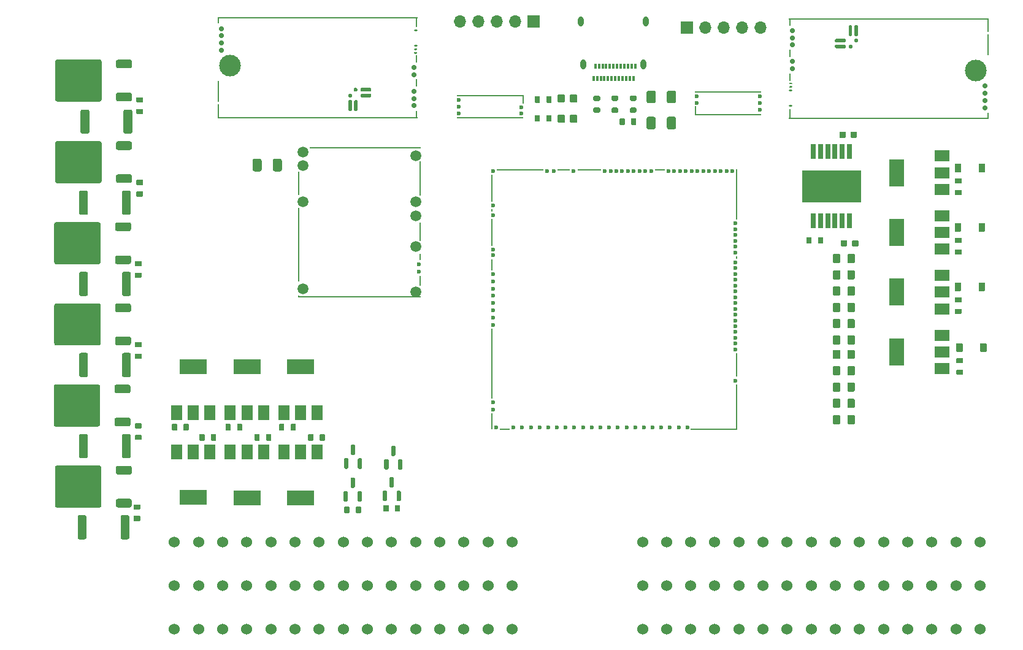
<source format=gtl>
G04 #@! TF.GenerationSoftware,KiCad,Pcbnew,7.0.10-7.0.10~ubuntu22.04.1*
G04 #@! TF.CreationDate,2024-01-27T12:39:00+00:00*
G04 #@! TF.ProjectId,lewycustom,6c657779-6375-4737-946f-6d2e6b696361,rev?*
G04 #@! TF.SameCoordinates,Original*
G04 #@! TF.FileFunction,Copper,L1,Top*
G04 #@! TF.FilePolarity,Positive*
%FSLAX46Y46*%
G04 Gerber Fmt 4.6, Leading zero omitted, Abs format (unit mm)*
G04 Created by KiCad (PCBNEW 7.0.10-7.0.10~ubuntu22.04.1) date 2024-01-27 12:39:00*
%MOMM*%
%LPD*%
G01*
G04 APERTURE LIST*
G04 #@! TA.AperFunction,ComponentPad*
%ADD10C,0.600000*%
G04 #@! TD*
G04 #@! TA.AperFunction,SMDPad,CuDef*
%ADD11O,0.200000X1.225000*%
G04 #@! TD*
G04 #@! TA.AperFunction,SMDPad,CuDef*
%ADD12O,9.300000X0.200000*%
G04 #@! TD*
G04 #@! TA.AperFunction,SMDPad,CuDef*
%ADD13R,1.500000X2.000000*%
G04 #@! TD*
G04 #@! TA.AperFunction,SMDPad,CuDef*
%ADD14R,3.800000X2.000000*%
G04 #@! TD*
G04 #@! TA.AperFunction,SMDPad,CuDef*
%ADD15R,0.200000X3.700000*%
G04 #@! TD*
G04 #@! TA.AperFunction,SMDPad,CuDef*
%ADD16R,0.200000X0.400000*%
G04 #@! TD*
G04 #@! TA.AperFunction,SMDPad,CuDef*
%ADD17R,0.200000X1.600000*%
G04 #@! TD*
G04 #@! TA.AperFunction,SMDPad,CuDef*
%ADD18R,0.200000X9.700000*%
G04 #@! TD*
G04 #@! TA.AperFunction,SMDPad,CuDef*
%ADD19R,0.200000X2.300000*%
G04 #@! TD*
G04 #@! TA.AperFunction,SMDPad,CuDef*
%ADD20R,1.400000X0.200000*%
G04 #@! TD*
G04 #@! TA.AperFunction,SMDPad,CuDef*
%ADD21R,6.400000X0.200000*%
G04 #@! TD*
G04 #@! TA.AperFunction,SMDPad,CuDef*
%ADD22R,1.700000X0.200000*%
G04 #@! TD*
G04 #@! TA.AperFunction,SMDPad,CuDef*
%ADD23R,3.300000X0.200000*%
G04 #@! TD*
G04 #@! TA.AperFunction,SMDPad,CuDef*
%ADD24R,0.200000X7.000000*%
G04 #@! TD*
G04 #@! TA.AperFunction,SMDPad,CuDef*
%ADD25R,0.200000X3.300000*%
G04 #@! TD*
G04 #@! TA.AperFunction,SMDPad,CuDef*
%ADD26R,0.200000X6.300000*%
G04 #@! TD*
G04 #@! TA.AperFunction,ComponentPad*
%ADD27C,0.700000*%
G04 #@! TD*
G04 #@! TA.AperFunction,SMDPad,CuDef*
%ADD28C,3.000000*%
G04 #@! TD*
G04 #@! TA.AperFunction,SMDPad,CuDef*
%ADD29R,0.250000X3.000000*%
G04 #@! TD*
G04 #@! TA.AperFunction,SMDPad,CuDef*
%ADD30R,0.250000X1.100000*%
G04 #@! TD*
G04 #@! TA.AperFunction,SMDPad,CuDef*
%ADD31R,0.250000X0.980000*%
G04 #@! TD*
G04 #@! TA.AperFunction,SMDPad,CuDef*
%ADD32R,0.250000X1.450000*%
G04 #@! TD*
G04 #@! TA.AperFunction,SMDPad,CuDef*
%ADD33R,27.600000X0.250000*%
G04 #@! TD*
G04 #@! TA.AperFunction,SMDPad,CuDef*
%ADD34R,0.250000X1.950000*%
G04 #@! TD*
G04 #@! TA.AperFunction,SMDPad,CuDef*
%ADD35R,0.250000X0.950000*%
G04 #@! TD*
G04 #@! TA.AperFunction,SMDPad,CuDef*
%ADD36R,0.300000X0.700000*%
G04 #@! TD*
G04 #@! TA.AperFunction,ComponentPad*
%ADD37O,0.800000X1.400000*%
G04 #@! TD*
G04 #@! TA.AperFunction,SMDPad,CuDef*
%ADD38R,0.650000X2.000000*%
G04 #@! TD*
G04 #@! TA.AperFunction,SMDPad,CuDef*
%ADD39R,8.100000X4.500000*%
G04 #@! TD*
G04 #@! TA.AperFunction,ComponentPad*
%ADD40R,1.700000X1.700000*%
G04 #@! TD*
G04 #@! TA.AperFunction,ComponentPad*
%ADD41O,1.700000X1.700000*%
G04 #@! TD*
G04 #@! TA.AperFunction,ComponentPad*
%ADD42C,1.524000*%
G04 #@! TD*
G04 #@! TA.AperFunction,SMDPad,CuDef*
%ADD43R,2.000000X1.500000*%
G04 #@! TD*
G04 #@! TA.AperFunction,SMDPad,CuDef*
%ADD44R,2.000000X3.800000*%
G04 #@! TD*
G04 #@! TA.AperFunction,ComponentPad*
%ADD45C,1.500000*%
G04 #@! TD*
G04 #@! TA.AperFunction,SMDPad,CuDef*
%ADD46O,0.200000X3.300000*%
G04 #@! TD*
G04 #@! TA.AperFunction,SMDPad,CuDef*
%ADD47O,0.200000X10.200000*%
G04 #@! TD*
G04 #@! TA.AperFunction,SMDPad,CuDef*
%ADD48O,0.200000X0.300000*%
G04 #@! TD*
G04 #@! TA.AperFunction,SMDPad,CuDef*
%ADD49O,17.000000X0.200000*%
G04 #@! TD*
G04 #@! TA.AperFunction,SMDPad,CuDef*
%ADD50O,15.400000X0.200000*%
G04 #@! TD*
G04 #@! TA.AperFunction,SMDPad,CuDef*
%ADD51O,0.200000X4.800000*%
G04 #@! TD*
G04 #@! TA.AperFunction,SMDPad,CuDef*
%ADD52O,0.200000X2.600000*%
G04 #@! TD*
G04 #@! TA.AperFunction,SMDPad,CuDef*
%ADD53O,0.200000X1.000000*%
G04 #@! TD*
G04 #@! TA.AperFunction,SMDPad,CuDef*
%ADD54O,0.200000X1.500000*%
G04 #@! TD*
G04 APERTURE END LIST*
D10*
G04 #@! TO.P,M4,E1,V5A*
G04 #@! TO.N,+5VA*
X59800000Y79100002D03*
D11*
G04 #@! TO.P,M4,E2,GND*
G04 #@! TO.N,GND*
X68700000Y81075002D03*
D12*
X64150000Y78500002D03*
X64150000Y81600002D03*
D10*
X59800000Y80050002D03*
G04 #@! TO.P,M4,E3,OUT_KNOCK*
G04 #@! TO.N,Net-(M4-OUT_KNOCK)*
X59800000Y81000000D03*
G04 #@! TO.P,M4,W1,IN_KNOCK*
G04 #@! TO.N,/KNOCK2*
X68500000Y80000002D03*
G04 #@! TO.P,M4,W2,VREF*
G04 #@! TO.N,Net-(M3-VREF)*
X68500000Y79100002D03*
G04 #@! TD*
D13*
G04 #@! TO.P,Q1,1,G*
G04 #@! TO.N,/INJECTORS/IN1*
X25500000Y32400000D03*
G04 #@! TO.P,Q1,2,D*
G04 #@! TO.N,/OUT_INJ1*
X23200000Y32400000D03*
G04 #@! TO.P,Q1,3,S*
G04 #@! TO.N,GND*
X20900000Y32400000D03*
D14*
G04 #@! TO.P,Q1,4*
G04 #@! TO.N,N/C*
X23200000Y26100000D03*
G04 #@! TD*
G04 #@! TO.P,C8,1*
G04 #@! TO.N,GND*
G04 #@! TA.AperFunction,SMDPad,CuDef*
G36*
G01*
X114500000Y39625000D02*
X114500000Y38575000D01*
G75*
G02*
X114400000Y38475000I-100000J0D01*
G01*
X113600000Y38475000D01*
G75*
G02*
X113500000Y38575000I0J100000D01*
G01*
X113500000Y39625000D01*
G75*
G02*
X113600000Y39725000I100000J0D01*
G01*
X114400000Y39725000D01*
G75*
G02*
X114500000Y39625000I0J-100000D01*
G01*
G37*
G04 #@! TD.AperFunction*
G04 #@! TO.P,C8,2*
G04 #@! TO.N,/dbw/PWR*
G04 #@! TA.AperFunction,SMDPad,CuDef*
G36*
G01*
X112500000Y39625000D02*
X112500000Y38575000D01*
G75*
G02*
X112400000Y38475000I-100000J0D01*
G01*
X111600000Y38475000D01*
G75*
G02*
X111500000Y38575000I0J100000D01*
G01*
X111500000Y39625000D01*
G75*
G02*
X111600000Y39725000I100000J0D01*
G01*
X112400000Y39725000D01*
G75*
G02*
X112500000Y39625000I0J-100000D01*
G01*
G37*
G04 #@! TD.AperFunction*
G04 #@! TD*
G04 #@! TO.P,D5,1*
G04 #@! TO.N,/OUT_FAN*
G04 #@! TA.AperFunction,SMDPad,CuDef*
G36*
G01*
X50000000Y29925000D02*
X49700000Y29925000D01*
G75*
G02*
X49550000Y30075000I0J150000D01*
G01*
X49550000Y31250000D01*
G75*
G02*
X49700000Y31400000I150000J0D01*
G01*
X50000000Y31400000D01*
G75*
G02*
X50150000Y31250000I0J-150000D01*
G01*
X50150000Y30075000D01*
G75*
G02*
X50000000Y29925000I-150000J0D01*
G01*
G37*
G04 #@! TD.AperFunction*
G04 #@! TO.P,D5,2*
G04 #@! TO.N,GND*
G04 #@! TA.AperFunction,SMDPad,CuDef*
G36*
G01*
X50950000Y31800000D02*
X50650000Y31800000D01*
G75*
G02*
X50500000Y31950000I0J150000D01*
G01*
X50500000Y33125000D01*
G75*
G02*
X50650000Y33275000I150000J0D01*
G01*
X50950000Y33275000D01*
G75*
G02*
X51100000Y33125000I0J-150000D01*
G01*
X51100000Y31950000D01*
G75*
G02*
X50950000Y31800000I-150000J0D01*
G01*
G37*
G04 #@! TD.AperFunction*
G04 #@! TO.P,D5,3*
G04 #@! TO.N,unconnected-(D5-Pad3)*
G04 #@! TA.AperFunction,SMDPad,CuDef*
G36*
G01*
X51900000Y29925000D02*
X51600000Y29925000D01*
G75*
G02*
X51450000Y30075000I0J150000D01*
G01*
X51450000Y31250000D01*
G75*
G02*
X51600000Y31400000I150000J0D01*
G01*
X51900000Y31400000D01*
G75*
G02*
X52050000Y31250000I0J-150000D01*
G01*
X52050000Y30075000D01*
G75*
G02*
X51900000Y29925000I-150000J0D01*
G01*
G37*
G04 #@! TD.AperFunction*
G04 #@! TD*
G04 #@! TO.P,R22,1*
G04 #@! TO.N,/IGN/IN5*
G04 #@! TA.AperFunction,SMDPad,CuDef*
G36*
G01*
X14575000Y34625000D02*
X14575000Y31775000D01*
G75*
G02*
X14325000Y31525000I-250000J0D01*
G01*
X13600000Y31525000D01*
G75*
G02*
X13350000Y31775000I0J250000D01*
G01*
X13350000Y34625000D01*
G75*
G02*
X13600000Y34875000I250000J0D01*
G01*
X14325000Y34875000D01*
G75*
G02*
X14575000Y34625000I0J-250000D01*
G01*
G37*
G04 #@! TD.AperFunction*
G04 #@! TO.P,R22,2*
G04 #@! TO.N,/OUT_IGN5*
G04 #@! TA.AperFunction,SMDPad,CuDef*
G36*
G01*
X8650000Y34625000D02*
X8650000Y31775000D01*
G75*
G02*
X8400000Y31525000I-250000J0D01*
G01*
X7675000Y31525000D01*
G75*
G02*
X7425000Y31775000I0J250000D01*
G01*
X7425000Y34625000D01*
G75*
G02*
X7675000Y34875000I250000J0D01*
G01*
X8400000Y34875000D01*
G75*
G02*
X8650000Y34625000I0J-250000D01*
G01*
G37*
G04 #@! TD.AperFunction*
G04 #@! TD*
G04 #@! TO.P,R5,1*
G04 #@! TO.N,/DBW_DIS*
G04 #@! TA.AperFunction,SMDPad,CuDef*
G36*
G01*
X107850000Y61210000D02*
X107850000Y61990000D01*
G75*
G02*
X107920000Y62060000I70000J0D01*
G01*
X108480000Y62060000D01*
G75*
G02*
X108550000Y61990000I0J-70000D01*
G01*
X108550000Y61210000D01*
G75*
G02*
X108480000Y61140000I-70000J0D01*
G01*
X107920000Y61140000D01*
G75*
G02*
X107850000Y61210000I0J70000D01*
G01*
G37*
G04 #@! TD.AperFunction*
G04 #@! TO.P,R5,2*
G04 #@! TO.N,+3.3V*
G04 #@! TA.AperFunction,SMDPad,CuDef*
G36*
G01*
X109450000Y61210000D02*
X109450000Y61990000D01*
G75*
G02*
X109520000Y62060000I70000J0D01*
G01*
X110080000Y62060000D01*
G75*
G02*
X110150000Y61990000I0J-70000D01*
G01*
X110150000Y61210000D01*
G75*
G02*
X110080000Y61140000I-70000J0D01*
G01*
X109520000Y61140000D01*
G75*
G02*
X109450000Y61210000I0J70000D01*
G01*
G37*
G04 #@! TD.AperFunction*
G04 #@! TD*
G04 #@! TO.P,D6,1*
G04 #@! TO.N,/OUT_MR*
G04 #@! TA.AperFunction,SMDPad,CuDef*
G36*
G01*
X44450000Y30062500D02*
X44150000Y30062500D01*
G75*
G02*
X44000000Y30212500I0J150000D01*
G01*
X44000000Y31387500D01*
G75*
G02*
X44150000Y31537500I150000J0D01*
G01*
X44450000Y31537500D01*
G75*
G02*
X44600000Y31387500I0J-150000D01*
G01*
X44600000Y30212500D01*
G75*
G02*
X44450000Y30062500I-150000J0D01*
G01*
G37*
G04 #@! TD.AperFunction*
G04 #@! TO.P,D6,2*
G04 #@! TO.N,GND*
G04 #@! TA.AperFunction,SMDPad,CuDef*
G36*
G01*
X45400000Y31937500D02*
X45100000Y31937500D01*
G75*
G02*
X44950000Y32087500I0J150000D01*
G01*
X44950000Y33262500D01*
G75*
G02*
X45100000Y33412500I150000J0D01*
G01*
X45400000Y33412500D01*
G75*
G02*
X45550000Y33262500I0J-150000D01*
G01*
X45550000Y32087500D01*
G75*
G02*
X45400000Y31937500I-150000J0D01*
G01*
G37*
G04 #@! TD.AperFunction*
G04 #@! TO.P,D6,3*
G04 #@! TO.N,unconnected-(D6-Pad3)*
G04 #@! TA.AperFunction,SMDPad,CuDef*
G36*
G01*
X46350000Y30062500D02*
X46050000Y30062500D01*
G75*
G02*
X45900000Y30212500I0J150000D01*
G01*
X45900000Y31387500D01*
G75*
G02*
X46050000Y31537500I150000J0D01*
G01*
X46350000Y31537500D01*
G75*
G02*
X46500000Y31387500I0J-150000D01*
G01*
X46500000Y30212500D01*
G75*
G02*
X46350000Y30062500I-150000J0D01*
G01*
G37*
G04 #@! TD.AperFunction*
G04 #@! TD*
G04 #@! TO.P,R4,1*
G04 #@! TO.N,GND*
G04 #@! TA.AperFunction,SMDPad,CuDef*
G36*
G01*
X78615000Y81625000D02*
X79165000Y81625000D01*
G75*
G02*
X79365000Y81425000I0J-200000D01*
G01*
X79365000Y81025000D01*
G75*
G02*
X79165000Y80825000I-200000J0D01*
G01*
X78615000Y80825000D01*
G75*
G02*
X78415000Y81025000I0J200000D01*
G01*
X78415000Y81425000D01*
G75*
G02*
X78615000Y81625000I200000J0D01*
G01*
G37*
G04 #@! TD.AperFunction*
G04 #@! TO.P,R4,2*
G04 #@! TO.N,Net-(J3-CC2)*
G04 #@! TA.AperFunction,SMDPad,CuDef*
G36*
G01*
X78615000Y79975000D02*
X79165000Y79975000D01*
G75*
G02*
X79365000Y79775000I0J-200000D01*
G01*
X79365000Y79375000D01*
G75*
G02*
X79165000Y79175000I-200000J0D01*
G01*
X78615000Y79175000D01*
G75*
G02*
X78415000Y79375000I0J200000D01*
G01*
X78415000Y79775000D01*
G75*
G02*
X78615000Y79975000I200000J0D01*
G01*
G37*
G04 #@! TD.AperFunction*
G04 #@! TD*
G04 #@! TO.P,D7,1,K*
G04 #@! TO.N,Net-(D7-K)*
G04 #@! TA.AperFunction,SMDPad,CuDef*
G36*
G01*
X76200000Y78850000D02*
X76200000Y77950000D01*
G75*
G02*
X76100000Y77850000I-100000J0D01*
G01*
X75300000Y77850000D01*
G75*
G02*
X75200000Y77950000I0J100000D01*
G01*
X75200000Y78850000D01*
G75*
G02*
X75300000Y78950000I100000J0D01*
G01*
X76100000Y78950000D01*
G75*
G02*
X76200000Y78850000I0J-100000D01*
G01*
G37*
G04 #@! TD.AperFunction*
G04 #@! TO.P,D7,2,A*
G04 #@! TO.N,Net-(D7-A)*
G04 #@! TA.AperFunction,SMDPad,CuDef*
G36*
G01*
X74500000Y78850000D02*
X74500000Y77950000D01*
G75*
G02*
X74400000Y77850000I-100000J0D01*
G01*
X73600000Y77850000D01*
G75*
G02*
X73500000Y77950000I0J100000D01*
G01*
X73500000Y78850000D01*
G75*
G02*
X73600000Y78950000I100000J0D01*
G01*
X74400000Y78950000D01*
G75*
G02*
X74500000Y78850000I0J-100000D01*
G01*
G37*
G04 #@! TD.AperFunction*
G04 #@! TD*
G04 #@! TO.P,C1,1*
G04 #@! TO.N,GND*
G04 #@! TA.AperFunction,SMDPad,CuDef*
G36*
G01*
X114500000Y48375000D02*
X114500000Y47325000D01*
G75*
G02*
X114400000Y47225000I-100000J0D01*
G01*
X113600000Y47225000D01*
G75*
G02*
X113500000Y47325000I0J100000D01*
G01*
X113500000Y48375000D01*
G75*
G02*
X113600000Y48475000I100000J0D01*
G01*
X114400000Y48475000D01*
G75*
G02*
X114500000Y48375000I0J-100000D01*
G01*
G37*
G04 #@! TD.AperFunction*
G04 #@! TO.P,C1,2*
G04 #@! TO.N,/dbw/PWR*
G04 #@! TA.AperFunction,SMDPad,CuDef*
G36*
G01*
X112500000Y48375000D02*
X112500000Y47325000D01*
G75*
G02*
X112400000Y47225000I-100000J0D01*
G01*
X111600000Y47225000D01*
G75*
G02*
X111500000Y47325000I0J100000D01*
G01*
X111500000Y48375000D01*
G75*
G02*
X111600000Y48475000I100000J0D01*
G01*
X112400000Y48475000D01*
G75*
G02*
X112500000Y48375000I0J-100000D01*
G01*
G37*
G04 #@! TD.AperFunction*
G04 #@! TD*
G04 #@! TO.P,C5,1*
G04 #@! TO.N,GND*
G04 #@! TA.AperFunction,SMDPad,CuDef*
G36*
G01*
X114500000Y57375000D02*
X114500000Y56325000D01*
G75*
G02*
X114400000Y56225000I-100000J0D01*
G01*
X113600000Y56225000D01*
G75*
G02*
X113500000Y56325000I0J100000D01*
G01*
X113500000Y57375000D01*
G75*
G02*
X113600000Y57475000I100000J0D01*
G01*
X114400000Y57475000D01*
G75*
G02*
X114500000Y57375000I0J-100000D01*
G01*
G37*
G04 #@! TD.AperFunction*
G04 #@! TO.P,C5,2*
G04 #@! TO.N,/dbw/PWR*
G04 #@! TA.AperFunction,SMDPad,CuDef*
G36*
G01*
X112500000Y57375000D02*
X112500000Y56325000D01*
G75*
G02*
X112400000Y56225000I-100000J0D01*
G01*
X111600000Y56225000D01*
G75*
G02*
X111500000Y56325000I0J100000D01*
G01*
X111500000Y57375000D01*
G75*
G02*
X111600000Y57475000I100000J0D01*
G01*
X112400000Y57475000D01*
G75*
G02*
X112500000Y57375000I0J-100000D01*
G01*
G37*
G04 #@! TD.AperFunction*
G04 #@! TD*
G04 #@! TO.P,R19,1*
G04 #@! TO.N,Net-(Q11-G)*
G04 #@! TA.AperFunction,SMDPad,CuDef*
G36*
G01*
X15210000Y36350000D02*
X15990000Y36350000D01*
G75*
G02*
X16060000Y36280000I0J-70000D01*
G01*
X16060000Y35720000D01*
G75*
G02*
X15990000Y35650000I-70000J0D01*
G01*
X15210000Y35650000D01*
G75*
G02*
X15140000Y35720000I0J70000D01*
G01*
X15140000Y36280000D01*
G75*
G02*
X15210000Y36350000I70000J0D01*
G01*
G37*
G04 #@! TD.AperFunction*
G04 #@! TO.P,R19,2*
G04 #@! TO.N,/IGN/IN5*
G04 #@! TA.AperFunction,SMDPad,CuDef*
G36*
G01*
X15210000Y34750000D02*
X15990000Y34750000D01*
G75*
G02*
X16060000Y34680000I0J-70000D01*
G01*
X16060000Y34120000D01*
G75*
G02*
X15990000Y34050000I-70000J0D01*
G01*
X15210000Y34050000D01*
G75*
G02*
X15140000Y34120000I0J70000D01*
G01*
X15140000Y34680000D01*
G75*
G02*
X15210000Y34750000I70000J0D01*
G01*
G37*
G04 #@! TD.AperFunction*
G04 #@! TD*
D10*
G04 #@! TO.P,M6,E1,V5A_SWITCHABLE*
G04 #@! TO.N,+5VA*
X97999990Y42250010D03*
G04 #@! TO.P,M6,E2,GNDA*
G04 #@! TO.N,unconnected-(M6-GNDA-PadE2)*
X98000000Y46550010D03*
G04 #@! TO.P,M6,E3,I2C_SCL_(PB10)*
G04 #@! TO.N,unconnected-(M6-I2C_SCL_(PB10)-PadE3)*
X98000000Y47350000D03*
G04 #@! TO.P,M6,E4,I2C_SDA_(PB11)*
G04 #@! TO.N,unconnected-(M6-I2C_SDA_(PB11)-PadE4)*
X98000000Y48150010D03*
G04 #@! TO.P,M6,E5,IN_VIGN_(PA5)*
G04 #@! TO.N,/VIGN*
X98000000Y48950010D03*
G04 #@! TO.P,M6,E6,SPI2_CS_/_CAN2_RX_(PB12)*
G04 #@! TO.N,unconnected-(M6-SPI2_CS_{slash}_CAN2_RX_(PB12)-PadE6)*
X98000000Y49750010D03*
G04 #@! TO.P,M6,E7,SPI2_SCK_/_CAN2_TX_(PB13)*
G04 #@! TO.N,unconnected-(M6-SPI2_SCK_{slash}_CAN2_TX_(PB13)-PadE7)*
X98000000Y50550010D03*
G04 #@! TO.P,M6,E8,SPI2_MISO_(PB14)*
G04 #@! TO.N,/DBW_DIS*
X98000000Y51350010D03*
G04 #@! TO.P,M6,E9,SPI2_MOSI_(PB15)*
G04 #@! TO.N,unconnected-(M6-SPI2_MOSI_(PB15)-PadE9)*
X98000000Y52150010D03*
G04 #@! TO.P,M6,E10,OUT_INJ8_(PD12)*
G04 #@! TO.N,/Low Side/IN3*
X98000000Y52950010D03*
G04 #@! TO.P,M6,E11,OUT_INJ7_(PD15)*
G04 #@! TO.N,/Low Side/IN4*
X98000000Y53750010D03*
G04 #@! TO.P,M6,E12,OUT_INJ6_(PA8)*
G04 #@! TO.N,/INJECTORS/IN6*
X98000000Y54550010D03*
G04 #@! TO.P,M6,E13,OUT_INJ5_(PD2)*
G04 #@! TO.N,/INJECTORS/IN5*
X98000000Y55350010D03*
G04 #@! TO.P,M6,E14,OUT_INJ4_(PD10)*
G04 #@! TO.N,/INJECTORS/IN4*
X98000000Y56150010D03*
G04 #@! TO.P,M6,E15,OUT_INJ3_(PD11)*
G04 #@! TO.N,/INJECTORS/IN3*
X98000000Y56950010D03*
G04 #@! TO.P,M6,E16,OUT_INJ2_(PA9)*
G04 #@! TO.N,/INJECTORS/IN2*
X97999990Y57750000D03*
G04 #@! TO.P,M6,E17,OUT_INJ1_(PD3)*
G04 #@! TO.N,/INJECTORS/IN1*
X98000000Y58550010D03*
G04 #@! TO.P,M6,E18,OUT_PWM1_(PD13)*
G04 #@! TO.N,/Low Side/IN2*
X98000000Y59950010D03*
G04 #@! TO.P,M6,E19,OUT_PWM2_(PC6)*
G04 #@! TO.N,/Low Side/IN1*
X98000000Y60750000D03*
G04 #@! TO.P,M6,E20,OUT_PWM3_(PC7)*
G04 #@! TO.N,/DBW_PWM*
X98000000Y61550000D03*
G04 #@! TO.P,M6,E21,OUT_PWM4_(PC8)*
G04 #@! TO.N,/DBW_DIR*
X98000000Y62350000D03*
G04 #@! TO.P,M6,E22,OUT_PWM5_(PC9)*
G04 #@! TO.N,/ls2/IN2*
X98000000Y63150000D03*
G04 #@! TO.P,M6,E23,OUT_PWM6_(PD14)*
G04 #@! TO.N,/ls2/IN1*
X98000000Y63950010D03*
D15*
G04 #@! TO.P,M6,G,GND*
G04 #@! TO.N,GND*
X64399990Y68800000D03*
D16*
X64399990Y65750010D03*
D15*
X64399990Y62700000D03*
D17*
X64399990Y58250010D03*
D18*
X64399990Y44600010D03*
D19*
X64399990Y36600010D03*
D20*
X66200000Y35550000D03*
D21*
X68299990Y71350000D03*
D22*
X74349990Y71350000D03*
D23*
X77849990Y71350000D03*
D20*
X87599990Y71350000D03*
D21*
X95099990Y35550000D03*
D24*
X98200000Y67950020D03*
D16*
X98200000Y59250000D03*
D25*
X98200000Y44400000D03*
D26*
X98200000Y38600000D03*
D10*
G04 #@! TO.P,M6,N1,VBUS*
G04 #@! TO.N,/VBUS*
X97600000Y71150010D03*
G04 #@! TO.P,M6,N2,USBM_(PA11)*
G04 #@! TO.N,/USB-*
X96800000Y71150010D03*
G04 #@! TO.P,M6,N3,USBP_(PA12)*
G04 #@! TO.N,/USB+*
X96000000Y71150010D03*
G04 #@! TO.P,M6,N4,USBID_(PA10)*
G04 #@! TO.N,unconnected-(M6-USBID_(PA10)-PadN4)*
X95199990Y71150010D03*
G04 #@! TO.P,M6,N5,SWDIO_(PA13)*
G04 #@! TO.N,unconnected-(M6-SWDIO_(PA13)-PadN5)*
X94400000Y71150010D03*
G04 #@! TO.P,M6,N6,SWCLK_(PA14)*
G04 #@! TO.N,unconnected-(M6-SWCLK_(PA14)-PadN6)*
X93600000Y71150010D03*
G04 #@! TO.P,M6,N7,nReset*
G04 #@! TO.N,unconnected-(M6-nReset-PadN7)*
X92800000Y71150010D03*
G04 #@! TO.P,M6,N8,SWO_(PB3)*
G04 #@! TO.N,unconnected-(M6-SWO_(PB3)-PadN8)*
X91999990Y71150010D03*
G04 #@! TO.P,M6,N9,SPI3_CS_(PA15)*
G04 #@! TO.N,unconnected-(M6-SPI3_CS_(PA15)-PadN9)*
X91200000Y71150000D03*
G04 #@! TO.P,M6,N10,SPI3_SCK_(PC10)*
G04 #@! TO.N,unconnected-(M6-SPI3_SCK_(PC10)-PadN10)*
X90400000Y71150000D03*
G04 #@! TO.P,M6,N11,SPI3_MISO_(PC11)*
G04 #@! TO.N,unconnected-(M6-SPI3_MISO_(PC11)-PadN11)*
X89600000Y71150000D03*
G04 #@! TO.P,M6,N12,SPI3_MOSI_(PC12)*
G04 #@! TO.N,unconnected-(M6-SPI3_MOSI_(PC12)-PadN12)*
X88800000Y71150000D03*
G04 #@! TO.P,M6,N13,UART2_TX_(PD5)*
G04 #@! TO.N,unconnected-(M6-UART2_TX_(PD5)-PadN13)*
X86399990Y71150000D03*
G04 #@! TO.P,M6,N14,UART2_RX_(PD6)*
G04 #@! TO.N,unconnected-(M6-UART2_RX_(PD6)-PadN14)*
X85599990Y71150000D03*
G04 #@! TO.P,M6,N14a,LED_GREEN*
G04 #@! TO.N,Net-(D8-K)*
X84800000Y71150010D03*
G04 #@! TO.P,M6,N14b,LED_YELLOW*
G04 #@! TO.N,Net-(D7-K)*
X83999990Y71150010D03*
G04 #@! TO.P,M6,N15,V33_SWITCHABLE*
G04 #@! TO.N,+3.3VA*
X83199990Y71150010D03*
G04 #@! TO.P,M6,N16,BOOT0*
G04 #@! TO.N,unconnected-(M6-BOOT0-PadN16)*
X82399990Y71150010D03*
G04 #@! TO.P,M6,N17,VBAT*
G04 #@! TO.N,/VBAT*
X81599990Y71150010D03*
G04 #@! TO.P,M6,N18,UART8_RX_(PE0)*
G04 #@! TO.N,unconnected-(M6-UART8_RX_(PE0)-PadN18)*
X80799990Y71150000D03*
G04 #@! TO.P,M6,N19,UART8_TX_(PE1)*
G04 #@! TO.N,unconnected-(M6-UART8_TX_(PE1)-PadN19)*
X79999990Y71150000D03*
G04 #@! TO.P,M6,N20,OUT_PWR_EN_(PE10)*
G04 #@! TO.N,/PWR_EN*
X75699990Y71150000D03*
G04 #@! TO.P,M6,N21,V33*
G04 #@! TO.N,+3.3V*
X72999990Y71150000D03*
G04 #@! TO.P,M6,N22,VCC*
G04 #@! TO.N,+5V*
X72000000Y71150000D03*
G04 #@! TO.P,M6,N23,V33*
G04 #@! TO.N,unconnected-(M6-V33-PadN23)*
X64599990Y71150000D03*
G04 #@! TO.P,M6,S1,IN_D4_(PE15)*
G04 #@! TO.N,unconnected-(M6-IN_D4_(PE15)-PadS1)*
X91400010Y35750000D03*
G04 #@! TO.P,M6,S2,IN_D3_(PE14)*
G04 #@! TO.N,unconnected-(M6-IN_D3_(PE14)-PadS2)*
X90200000Y35750000D03*
G04 #@! TO.P,M6,S3,IN_D2_(PE13)*
G04 #@! TO.N,unconnected-(M6-IN_D2_(PE13)-PadS3)*
X89000000Y35750000D03*
G04 #@! TO.P,M6,S4,IN_D1_(PE12)*
G04 #@! TO.N,/CLUTCH*
X87800000Y35750000D03*
G04 #@! TO.P,M6,S5,VREF2*
G04 #@! TO.N,unconnected-(M6-VREF2-PadS5)*
X86600000Y35750000D03*
G04 #@! TO.P,M6,S6,IN_AUX4_(PC5)*
G04 #@! TO.N,/V_MAIN*
X85400000Y35750000D03*
G04 #@! TO.P,M6,S7,IN_AUX3_(PA7)*
G04 #@! TO.N,Net-(M3-OUT_KNOCK)*
X84200000Y35750000D03*
G04 #@! TO.P,M6,S8,IN_AUX2_(PC4/PE9)*
G04 #@! TO.N,/PPS2*
X83000000Y35750000D03*
G04 #@! TO.P,M6,S9,IN_AUX1_(PB0)*
G04 #@! TO.N,/TPS2*
X81800000Y35750000D03*
G04 #@! TO.P,M6,S10,IN_O2S2_(PA1)*
G04 #@! TO.N,unconnected-(M6-IN_O2S2_(PA1)-PadS10)*
X80600000Y35750000D03*
G04 #@! TO.P,M6,S11,IN_O2S_/_CAN_WAKEUP_(PA0)*
G04 #@! TO.N,unconnected-(M6-IN_O2S_{slash}_CAN_WAKEUP_(PA0)-PadS11)*
X79400000Y35750000D03*
G04 #@! TO.P,M6,S12,IN_MAP2_(PC1)*
G04 #@! TO.N,unconnected-(M6-IN_MAP2_(PC1)-PadS12)*
X78200000Y35750000D03*
G04 #@! TO.P,M6,S13,IN_MAP1_(PC0)*
G04 #@! TO.N,/MAP*
X77000000Y35750000D03*
G04 #@! TO.P,M6,S14,IN_CRANK_(PB1)*
G04 #@! TO.N,/CRANK*
X75800000Y35750000D03*
G04 #@! TO.P,M6,S15,IN_KNOCK_(PA2)*
G04 #@! TO.N,Net-(M4-OUT_KNOCK)*
X74600000Y35750000D03*
G04 #@! TO.P,M6,S16,IN_CAM_(PA6)*
G04 #@! TO.N,/CAM*
X73400000Y35750000D03*
G04 #@! TO.P,M6,S17,IN_VSS_(PE11)*
G04 #@! TO.N,unconnected-(M6-IN_VSS_(PE11)-PadS17)*
X72200000Y35750000D03*
G04 #@! TO.P,M6,S18,IN_TPS_(PA4)*
G04 #@! TO.N,/TPS1*
X70999990Y35750000D03*
G04 #@! TO.P,M6,S19,IN_PPS_(PA3)*
G04 #@! TO.N,/PPS1*
X69799990Y35750000D03*
G04 #@! TO.P,M6,S20,IN_IAT_(PC3)*
G04 #@! TO.N,/IAT*
X68599990Y35750000D03*
G04 #@! TO.P,M6,S21,IN_CLT_(PC2)*
G04 #@! TO.N,/CLT*
X67399990Y35750000D03*
G04 #@! TO.P,M6,S22,VREF1*
G04 #@! TO.N,Net-(M3-VREF)*
X64999990Y35750000D03*
G04 #@! TO.P,M6,W1,GNDA*
G04 #@! TO.N,GNDA*
X64599990Y38250010D03*
G04 #@! TO.P,M6,W2,V5A_SWITCHABLE*
G04 #@! TO.N,+5VA*
X64599990Y39250010D03*
G04 #@! TO.P,M6,W3,IGN8_(PE6)*
G04 #@! TO.N,unconnected-(M6-IGN8_(PE6)-PadW3)*
X64599990Y49950000D03*
G04 #@! TO.P,M6,W4,IGN7_(PB9)*
G04 #@! TO.N,unconnected-(M6-IGN7_(PB9)-PadW4)*
X64599990Y50950010D03*
G04 #@! TO.P,M6,W5,IGN6_(PB8)*
G04 #@! TO.N,/IGN/IN6*
X64599990Y51950000D03*
G04 #@! TO.P,M6,W6,IGN5_(PE2)*
G04 #@! TO.N,/IGN/IN5*
X64599990Y52950000D03*
G04 #@! TO.P,M6,W7,IGN4_(PE3)*
G04 #@! TO.N,/IGN/IN4*
X64599990Y53950000D03*
G04 #@! TO.P,M6,W8,IGN3_(PE4)*
G04 #@! TO.N,/IGN/IN3*
X64599990Y54950000D03*
G04 #@! TO.P,M6,W9,IGN2_(PE5)*
G04 #@! TO.N,/IGN/IN2*
X64599990Y55950000D03*
G04 #@! TO.P,M6,W10,IGN1_(PC13)*
G04 #@! TO.N,/IGN/IN1*
X64599990Y56950000D03*
G04 #@! TO.P,M6,W11,CANH*
G04 #@! TO.N,/CAN H*
X64599990Y59550000D03*
G04 #@! TO.P,M6,W12,CANL*
G04 #@! TO.N,/CAN L*
X64599990Y60350000D03*
G04 #@! TO.P,M6,W13,V33_REF*
G04 #@! TO.N,unconnected-(M6-V33_REF-PadW13)*
X64599990Y65050010D03*
G04 #@! TO.P,M6,W14,V5A_SWITCHABLE*
G04 #@! TO.N,unconnected-(M6-V5A_SWITCHABLE-PadW14)*
X64599990Y66450000D03*
G04 #@! TD*
G04 #@! TO.P,R17,1*
G04 #@! TO.N,/IGN/IN3*
G04 #@! TA.AperFunction,SMDPad,CuDef*
G36*
G01*
X14575000Y57025000D02*
X14575000Y54175000D01*
G75*
G02*
X14325000Y53925000I-250000J0D01*
G01*
X13600000Y53925000D01*
G75*
G02*
X13350000Y54175000I0J250000D01*
G01*
X13350000Y57025000D01*
G75*
G02*
X13600000Y57275000I250000J0D01*
G01*
X14325000Y57275000D01*
G75*
G02*
X14575000Y57025000I0J-250000D01*
G01*
G37*
G04 #@! TD.AperFunction*
G04 #@! TO.P,R17,2*
G04 #@! TO.N,/OUT_IGN3*
G04 #@! TA.AperFunction,SMDPad,CuDef*
G36*
G01*
X8650000Y57025000D02*
X8650000Y54175000D01*
G75*
G02*
X8400000Y53925000I-250000J0D01*
G01*
X7675000Y53925000D01*
G75*
G02*
X7425000Y54175000I0J250000D01*
G01*
X7425000Y57025000D01*
G75*
G02*
X7675000Y57275000I250000J0D01*
G01*
X8400000Y57275000D01*
G75*
G02*
X8650000Y57025000I0J-250000D01*
G01*
G37*
G04 #@! TD.AperFunction*
G04 #@! TD*
G04 #@! TO.P,R8,1*
G04 #@! TO.N,GND*
G04 #@! TA.AperFunction,SMDPad,CuDef*
G36*
G01*
X31650000Y34010000D02*
X31650000Y34790000D01*
G75*
G02*
X31720000Y34860000I70000J0D01*
G01*
X32280000Y34860000D01*
G75*
G02*
X32350000Y34790000I0J-70000D01*
G01*
X32350000Y34010000D01*
G75*
G02*
X32280000Y33940000I-70000J0D01*
G01*
X31720000Y33940000D01*
G75*
G02*
X31650000Y34010000I0J70000D01*
G01*
G37*
G04 #@! TD.AperFunction*
G04 #@! TO.P,R8,2*
G04 #@! TO.N,/INJECTORS/IN3*
G04 #@! TA.AperFunction,SMDPad,CuDef*
G36*
G01*
X33250000Y34010000D02*
X33250000Y34790000D01*
G75*
G02*
X33320000Y34860000I70000J0D01*
G01*
X33880000Y34860000D01*
G75*
G02*
X33950000Y34790000I0J-70000D01*
G01*
X33950000Y34010000D01*
G75*
G02*
X33880000Y33940000I-70000J0D01*
G01*
X33320000Y33940000D01*
G75*
G02*
X33250000Y34010000I0J70000D01*
G01*
G37*
G04 #@! TD.AperFunction*
G04 #@! TD*
G04 #@! TO.P,C11,1*
G04 #@! TO.N,GND*
G04 #@! TA.AperFunction,SMDPad,CuDef*
G36*
G01*
X114500000Y46375000D02*
X114500000Y45325000D01*
G75*
G02*
X114400000Y45225000I-100000J0D01*
G01*
X113600000Y45225000D01*
G75*
G02*
X113500000Y45325000I0J100000D01*
G01*
X113500000Y46375000D01*
G75*
G02*
X113600000Y46475000I100000J0D01*
G01*
X114400000Y46475000D01*
G75*
G02*
X114500000Y46375000I0J-100000D01*
G01*
G37*
G04 #@! TD.AperFunction*
G04 #@! TO.P,C11,2*
G04 #@! TO.N,/dbw/PWR*
G04 #@! TA.AperFunction,SMDPad,CuDef*
G36*
G01*
X112500000Y46375000D02*
X112500000Y45325000D01*
G75*
G02*
X112400000Y45225000I-100000J0D01*
G01*
X111600000Y45225000D01*
G75*
G02*
X111500000Y45325000I0J100000D01*
G01*
X111500000Y46375000D01*
G75*
G02*
X111600000Y46475000I100000J0D01*
G01*
X112400000Y46475000D01*
G75*
G02*
X112500000Y46375000I0J-100000D01*
G01*
G37*
G04 #@! TD.AperFunction*
G04 #@! TD*
G04 #@! TO.P,R23,1*
G04 #@! TO.N,/IGN/IN6*
G04 #@! TA.AperFunction,SMDPad,CuDef*
G36*
G01*
X14375000Y23425000D02*
X14375000Y20575000D01*
G75*
G02*
X14125000Y20325000I-250000J0D01*
G01*
X13400000Y20325000D01*
G75*
G02*
X13150000Y20575000I0J250000D01*
G01*
X13150000Y23425000D01*
G75*
G02*
X13400000Y23675000I250000J0D01*
G01*
X14125000Y23675000D01*
G75*
G02*
X14375000Y23425000I0J-250000D01*
G01*
G37*
G04 #@! TD.AperFunction*
G04 #@! TO.P,R23,2*
G04 #@! TO.N,/OUT_IGN6*
G04 #@! TA.AperFunction,SMDPad,CuDef*
G36*
G01*
X8450000Y23425000D02*
X8450000Y20575000D01*
G75*
G02*
X8200000Y20325000I-250000J0D01*
G01*
X7475000Y20325000D01*
G75*
G02*
X7225000Y20575000I0J250000D01*
G01*
X7225000Y23425000D01*
G75*
G02*
X7475000Y23675000I250000J0D01*
G01*
X8200000Y23675000D01*
G75*
G02*
X8450000Y23425000I0J-250000D01*
G01*
G37*
G04 #@! TD.AperFunction*
G04 #@! TD*
D27*
G04 #@! TO.P,M2,E1,LSU_Un*
G04 #@! TO.N,/WBO_Un_2*
X27050000Y90850000D03*
G04 #@! TO.P,M2,E2,LSU_Vm*
G04 #@! TO.N,/WBO_Vm_2*
X27050000Y87850000D03*
G04 #@! TO.P,M2,E3,LSU_Ip*
G04 #@! TO.N,/WBO_lp_2*
X27050000Y88850000D03*
G04 #@! TO.P,M2,E4,LSU_Rtrim*
G04 #@! TO.N,/WBO_Rtrim_2*
X27050000Y89850000D03*
D28*
G04 #@! TO.P,M2,E5,LSU_H+*
G04 #@! TO.N,/WBO_Heater_2*
X28300000Y85700000D03*
D29*
G04 #@! TO.P,M2,E6,LSU_H-*
G04 #@! TO.N,GND*
X26675000Y82200000D03*
D30*
G04 #@! TO.P,M2,G,GND*
X54025000Y79000000D03*
D31*
X54025000Y83340000D03*
X54025000Y86640000D03*
D32*
X54025000Y91725000D03*
D33*
X40350000Y78575000D03*
X40350000Y92325000D03*
D34*
X26675000Y79425000D03*
D35*
X26675000Y91975000D03*
G04 #@! TO.P,M2,J1,SEL1*
G04 #@! TO.N,unconnected-(M2-SEL1-PadJ1)*
G04 #@! TA.AperFunction,SMDPad,CuDef*
G36*
G01*
X44600000Y79600000D02*
X44600000Y80850000D01*
G75*
G02*
X44725000Y80975000I125000J0D01*
G01*
X44975000Y80975000D01*
G75*
G02*
X45100000Y80850000I0J-125000D01*
G01*
X45100000Y79600000D01*
G75*
G02*
X44975000Y79475000I-125000J0D01*
G01*
X44725000Y79475000D01*
G75*
G02*
X44600000Y79600000I0J125000D01*
G01*
G37*
G04 #@! TD.AperFunction*
G04 #@! TO.P,M2,J2,SEL2*
G04 #@! TO.N,Net-(M2-PULL_UP2)*
G04 #@! TA.AperFunction,SMDPad,CuDef*
G36*
G01*
X46275000Y82275000D02*
X46275000Y82525000D01*
G75*
G02*
X46400000Y82650000I125000J0D01*
G01*
X47650000Y82650000D01*
G75*
G02*
X47775000Y82525000I0J-125000D01*
G01*
X47775000Y82275000D01*
G75*
G02*
X47650000Y82150000I-125000J0D01*
G01*
X46400000Y82150000D01*
G75*
G02*
X46275000Y82275000I0J125000D01*
G01*
G37*
G04 #@! TD.AperFunction*
G04 #@! TO.P,M2,J_GND1,PULL_DOWN1*
G04 #@! TO.N,unconnected-(M2-PULL_DOWN1-PadJ_GND1)*
G04 #@! TA.AperFunction,SMDPad,CuDef*
G36*
G01*
X45400000Y79600000D02*
X45400000Y80850000D01*
G75*
G02*
X45525000Y80975000I125000J0D01*
G01*
X45775000Y80975000D01*
G75*
G02*
X45900000Y80850000I0J-125000D01*
G01*
X45900000Y79600000D01*
G75*
G02*
X45775000Y79475000I-125000J0D01*
G01*
X45525000Y79475000D01*
G75*
G02*
X45400000Y79600000I0J125000D01*
G01*
G37*
G04 #@! TD.AperFunction*
G04 #@! TO.P,M2,J_GND2,PULL_DOWN2*
G04 #@! TO.N,unconnected-(M2-PULL_DOWN2-PadJ_GND2)*
G04 #@! TA.AperFunction,SMDPad,CuDef*
G36*
G01*
X45725000Y82150000D02*
X45475000Y82150000D01*
G75*
G02*
X45350000Y82275000I0J125000D01*
G01*
X45350000Y82525000D01*
G75*
G02*
X45475000Y82650000I125000J0D01*
G01*
X45725000Y82650000D01*
G75*
G02*
X45850000Y82525000I0J-125000D01*
G01*
X45850000Y82275000D01*
G75*
G02*
X45725000Y82150000I-125000J0D01*
G01*
G37*
G04 #@! TD.AperFunction*
G04 #@! TO.P,M2,J_VCC1,PULL_UP1*
G04 #@! TO.N,unconnected-(M2-PULL_UP1-PadJ_VCC1)*
G04 #@! TA.AperFunction,SMDPad,CuDef*
G36*
G01*
X44600000Y81475000D02*
X44600000Y81725000D01*
G75*
G02*
X44725000Y81850000I125000J0D01*
G01*
X44975000Y81850000D01*
G75*
G02*
X45100000Y81725000I0J-125000D01*
G01*
X45100000Y81475000D01*
G75*
G02*
X44975000Y81350000I-125000J0D01*
G01*
X44725000Y81350000D01*
G75*
G02*
X44600000Y81475000I0J125000D01*
G01*
G37*
G04 #@! TD.AperFunction*
G04 #@! TO.P,M2,J_VCC2,PULL_UP2*
G04 #@! TO.N,Net-(M2-PULL_UP2)*
G04 #@! TA.AperFunction,SMDPad,CuDef*
G36*
G01*
X46275000Y81475000D02*
X46275000Y81725000D01*
G75*
G02*
X46400000Y81850000I125000J0D01*
G01*
X47650000Y81850000D01*
G75*
G02*
X47775000Y81725000I0J-125000D01*
G01*
X47775000Y81475000D01*
G75*
G02*
X47650000Y81350000I-125000J0D01*
G01*
X46400000Y81350000D01*
G75*
G02*
X46275000Y81475000I0J125000D01*
G01*
G37*
G04 #@! TD.AperFunction*
D27*
G04 #@! TO.P,M2,W1,V5_IN*
G04 #@! TO.N,+5VA*
X53641200Y81200000D03*
G04 #@! TO.P,M2,W2,CAN_VIO*
G04 #@! TO.N,unconnected-(M2-CAN_VIO-PadW2)*
X53641200Y82200000D03*
G04 #@! TO.P,M2,W3,CANL*
G04 #@! TO.N,/CAN L*
X53641200Y85496000D03*
G04 #@! TO.P,M2,W4,CANH*
G04 #@! TO.N,/CAN H*
X53641200Y84480000D03*
G04 #@! TO.P,M2,W5,nReset*
G04 #@! TO.N,Net-(J2-Pin_4)*
G04 #@! TA.AperFunction,SMDPad,CuDef*
G36*
G01*
X54150000Y87500000D02*
X54150000Y87500000D01*
G75*
G02*
X54025000Y87375000I-125000J0D01*
G01*
X53775000Y87375000D01*
G75*
G02*
X53650000Y87500000I0J125000D01*
G01*
X53650000Y87500000D01*
G75*
G02*
X53775000Y87625000I125000J0D01*
G01*
X54025000Y87625000D01*
G75*
G02*
X54150000Y87500000I0J-125000D01*
G01*
G37*
G04 #@! TD.AperFunction*
G04 #@! TO.P,M2,W6,SWDIO*
G04 #@! TO.N,Net-(J2-Pin_3)*
G04 #@! TA.AperFunction,SMDPad,CuDef*
G36*
G01*
X54150000Y88000000D02*
X54150000Y88000000D01*
G75*
G02*
X54025000Y87875000I-125000J0D01*
G01*
X53775000Y87875000D01*
G75*
G02*
X53650000Y88000000I0J125000D01*
G01*
X53650000Y88000000D01*
G75*
G02*
X53775000Y88125000I125000J0D01*
G01*
X54025000Y88125000D01*
G75*
G02*
X54150000Y88000000I0J-125000D01*
G01*
G37*
G04 #@! TD.AperFunction*
G04 #@! TO.P,M2,W7,SWCLK*
G04 #@! TO.N,Net-(J2-Pin_2)*
G04 #@! TA.AperFunction,SMDPad,CuDef*
G36*
G01*
X54150000Y88500000D02*
X54150000Y88500000D01*
G75*
G02*
X54025000Y88375000I-125000J0D01*
G01*
X53775000Y88375000D01*
G75*
G02*
X53650000Y88500000I0J125000D01*
G01*
X53650000Y88500000D01*
G75*
G02*
X53775000Y88625000I125000J0D01*
G01*
X54025000Y88625000D01*
G75*
G02*
X54150000Y88500000I0J-125000D01*
G01*
G37*
G04 #@! TD.AperFunction*
G04 #@! TO.P,M2,W8,V33_OUT*
G04 #@! TO.N,Net-(J2-Pin_1)*
G04 #@! TA.AperFunction,SMDPad,CuDef*
G36*
G01*
X54150000Y90600000D02*
X54150000Y90600000D01*
G75*
G02*
X54025000Y90475000I-125000J0D01*
G01*
X53775000Y90475000D01*
G75*
G02*
X53650000Y90600000I0J125000D01*
G01*
X53650000Y90600000D01*
G75*
G02*
X53775000Y90725000I125000J0D01*
G01*
X54025000Y90725000D01*
G75*
G02*
X54150000Y90600000I0J-125000D01*
G01*
G37*
G04 #@! TD.AperFunction*
G04 #@! TO.P,M2,W9,VDDA*
G04 #@! TO.N,unconnected-(M2-VDDA-PadW9)*
X53641200Y80200000D03*
G04 #@! TD*
G04 #@! TO.P,R16,1*
G04 #@! TO.N,/IGN/IN2*
G04 #@! TA.AperFunction,SMDPad,CuDef*
G36*
G01*
X14575000Y68225000D02*
X14575000Y65375000D01*
G75*
G02*
X14325000Y65125000I-250000J0D01*
G01*
X13600000Y65125000D01*
G75*
G02*
X13350000Y65375000I0J250000D01*
G01*
X13350000Y68225000D01*
G75*
G02*
X13600000Y68475000I250000J0D01*
G01*
X14325000Y68475000D01*
G75*
G02*
X14575000Y68225000I0J-250000D01*
G01*
G37*
G04 #@! TD.AperFunction*
G04 #@! TO.P,R16,2*
G04 #@! TO.N,/OUT_IGN2*
G04 #@! TA.AperFunction,SMDPad,CuDef*
G36*
G01*
X8650000Y68225000D02*
X8650000Y65375000D01*
G75*
G02*
X8400000Y65125000I-250000J0D01*
G01*
X7675000Y65125000D01*
G75*
G02*
X7425000Y65375000I0J250000D01*
G01*
X7425000Y68225000D01*
G75*
G02*
X7675000Y68475000I250000J0D01*
G01*
X8400000Y68475000D01*
G75*
G02*
X8650000Y68225000I0J-250000D01*
G01*
G37*
G04 #@! TD.AperFunction*
G04 #@! TD*
D13*
G04 #@! TO.P,Q4,1,G*
G04 #@! TO.N,/INJECTORS/IN4*
X28300000Y37850000D03*
G04 #@! TO.P,Q4,2,D*
G04 #@! TO.N,/OUT_INJ4*
X30600000Y37850000D03*
G04 #@! TO.P,Q4,3,S*
G04 #@! TO.N,GND*
X32900000Y37850000D03*
D14*
G04 #@! TO.P,Q4,4*
G04 #@! TO.N,N/C*
X30600000Y44150000D03*
G04 #@! TD*
G04 #@! TO.P,C3,1*
G04 #@! TO.N,GND*
G04 #@! TA.AperFunction,SMDPad,CuDef*
G36*
G01*
X114500000Y52875000D02*
X114500000Y51825000D01*
G75*
G02*
X114400000Y51725000I-100000J0D01*
G01*
X113600000Y51725000D01*
G75*
G02*
X113500000Y51825000I0J100000D01*
G01*
X113500000Y52875000D01*
G75*
G02*
X113600000Y52975000I100000J0D01*
G01*
X114400000Y52975000D01*
G75*
G02*
X114500000Y52875000I0J-100000D01*
G01*
G37*
G04 #@! TD.AperFunction*
G04 #@! TO.P,C3,2*
G04 #@! TO.N,/dbw/PWR*
G04 #@! TA.AperFunction,SMDPad,CuDef*
G36*
G01*
X112500000Y52875000D02*
X112500000Y51825000D01*
G75*
G02*
X112400000Y51725000I-100000J0D01*
G01*
X111600000Y51725000D01*
G75*
G02*
X111500000Y51825000I0J100000D01*
G01*
X111500000Y52875000D01*
G75*
G02*
X111600000Y52975000I100000J0D01*
G01*
X112400000Y52975000D01*
G75*
G02*
X112500000Y52875000I0J-100000D01*
G01*
G37*
G04 #@! TD.AperFunction*
G04 #@! TD*
D13*
G04 #@! TO.P,Q5,1,G*
G04 #@! TO.N,/INJECTORS/IN5*
X40300000Y32350000D03*
G04 #@! TO.P,Q5,2,D*
G04 #@! TO.N,/OUT_INJ5*
X38000000Y32350000D03*
G04 #@! TO.P,Q5,3,S*
G04 #@! TO.N,GND*
X35700000Y32350000D03*
D14*
G04 #@! TO.P,Q5,4*
G04 #@! TO.N,N/C*
X38000000Y26050000D03*
G04 #@! TD*
G04 #@! TO.P,C2,1*
G04 #@! TO.N,GND*
G04 #@! TA.AperFunction,SMDPad,CuDef*
G36*
G01*
X114500000Y50625000D02*
X114500000Y49575000D01*
G75*
G02*
X114400000Y49475000I-100000J0D01*
G01*
X113600000Y49475000D01*
G75*
G02*
X113500000Y49575000I0J100000D01*
G01*
X113500000Y50625000D01*
G75*
G02*
X113600000Y50725000I100000J0D01*
G01*
X114400000Y50725000D01*
G75*
G02*
X114500000Y50625000I0J-100000D01*
G01*
G37*
G04 #@! TD.AperFunction*
G04 #@! TO.P,C2,2*
G04 #@! TO.N,/dbw/PWR*
G04 #@! TA.AperFunction,SMDPad,CuDef*
G36*
G01*
X112500000Y50625000D02*
X112500000Y49575000D01*
G75*
G02*
X112400000Y49475000I-100000J0D01*
G01*
X111600000Y49475000D01*
G75*
G02*
X111500000Y49575000I0J100000D01*
G01*
X111500000Y50625000D01*
G75*
G02*
X111600000Y50725000I100000J0D01*
G01*
X112400000Y50725000D01*
G75*
G02*
X112500000Y50625000I0J-100000D01*
G01*
G37*
G04 #@! TD.AperFunction*
G04 #@! TD*
G04 #@! TO.P,R12,1*
G04 #@! TO.N,Net-(Q7-G)*
G04 #@! TA.AperFunction,SMDPad,CuDef*
G36*
G01*
X15410000Y81350000D02*
X16190000Y81350000D01*
G75*
G02*
X16260000Y81280000I0J-70000D01*
G01*
X16260000Y80720000D01*
G75*
G02*
X16190000Y80650000I-70000J0D01*
G01*
X15410000Y80650000D01*
G75*
G02*
X15340000Y80720000I0J70000D01*
G01*
X15340000Y81280000D01*
G75*
G02*
X15410000Y81350000I70000J0D01*
G01*
G37*
G04 #@! TD.AperFunction*
G04 #@! TO.P,R12,2*
G04 #@! TO.N,/IGN/IN1*
G04 #@! TA.AperFunction,SMDPad,CuDef*
G36*
G01*
X15410000Y79750000D02*
X16190000Y79750000D01*
G75*
G02*
X16260000Y79680000I0J-70000D01*
G01*
X16260000Y79120000D01*
G75*
G02*
X16190000Y79050000I-70000J0D01*
G01*
X15410000Y79050000D01*
G75*
G02*
X15340000Y79120000I0J70000D01*
G01*
X15340000Y79680000D01*
G75*
G02*
X15410000Y79750000I70000J0D01*
G01*
G37*
G04 #@! TD.AperFunction*
G04 #@! TD*
D13*
G04 #@! TO.P,Q6,1,G*
G04 #@! TO.N,/INJECTORS/IN6*
X35700000Y37850000D03*
G04 #@! TO.P,Q6,2,D*
G04 #@! TO.N,/OUT_INJ6*
X38000000Y37850000D03*
G04 #@! TO.P,Q6,3,S*
G04 #@! TO.N,GND*
X40300000Y37850000D03*
D14*
G04 #@! TO.P,Q6,4*
G04 #@! TO.N,N/C*
X38000000Y44150000D03*
G04 #@! TD*
G04 #@! TO.P,Q18,1,G*
G04 #@! TO.N,/ls2/IN2*
G04 #@! TA.AperFunction,SMDPad,CuDef*
G36*
G01*
X44400000Y25525000D02*
X44100000Y25525000D01*
G75*
G02*
X43950000Y25675000I0J150000D01*
G01*
X43950000Y26850000D01*
G75*
G02*
X44100000Y27000000I150000J0D01*
G01*
X44400000Y27000000D01*
G75*
G02*
X44550000Y26850000I0J-150000D01*
G01*
X44550000Y25675000D01*
G75*
G02*
X44400000Y25525000I-150000J0D01*
G01*
G37*
G04 #@! TD.AperFunction*
G04 #@! TO.P,Q18,2,D*
G04 #@! TO.N,/OUT_MR*
G04 #@! TA.AperFunction,SMDPad,CuDef*
G36*
G01*
X45350000Y27400000D02*
X45050000Y27400000D01*
G75*
G02*
X44900000Y27550000I0J150000D01*
G01*
X44900000Y28725000D01*
G75*
G02*
X45050000Y28875000I150000J0D01*
G01*
X45350000Y28875000D01*
G75*
G02*
X45500000Y28725000I0J-150000D01*
G01*
X45500000Y27550000D01*
G75*
G02*
X45350000Y27400000I-150000J0D01*
G01*
G37*
G04 #@! TD.AperFunction*
G04 #@! TO.P,Q18,3,S*
G04 #@! TO.N,GND*
G04 #@! TA.AperFunction,SMDPad,CuDef*
G36*
G01*
X46300000Y25525000D02*
X46000000Y25525000D01*
G75*
G02*
X45850000Y25675000I0J150000D01*
G01*
X45850000Y26850000D01*
G75*
G02*
X46000000Y27000000I150000J0D01*
G01*
X46300000Y27000000D01*
G75*
G02*
X46450000Y26850000I0J-150000D01*
G01*
X46450000Y25675000D01*
G75*
G02*
X46300000Y25525000I-150000J0D01*
G01*
G37*
G04 #@! TD.AperFunction*
G04 #@! TD*
G04 #@! TO.P,Q9,1,G*
G04 #@! TO.N,Net-(Q9-G)*
G04 #@! TA.AperFunction,SMDPad,CuDef*
G36*
G01*
X14600000Y59270000D02*
X14600000Y58570000D01*
G75*
G02*
X14350000Y58320000I-250000J0D01*
G01*
X12650000Y58320000D01*
G75*
G02*
X12400000Y58570000I0J250000D01*
G01*
X12400000Y59270000D01*
G75*
G02*
X12650000Y59520000I250000J0D01*
G01*
X14350000Y59520000D01*
G75*
G02*
X14600000Y59270000I0J-250000D01*
G01*
G37*
G04 #@! TD.AperFunction*
G04 #@! TO.P,Q9,2,C*
G04 #@! TO.N,/OUT_IGN3*
G04 #@! TA.AperFunction,SMDPad,CuDef*
G36*
G01*
X10400000Y60800000D02*
X10400000Y58550000D01*
G75*
G02*
X10150000Y58300000I-250000J0D01*
G01*
X7600000Y58300000D01*
G75*
G02*
X7350000Y58550000I0J250000D01*
G01*
X7350000Y60800000D01*
G75*
G02*
X7600000Y61050000I250000J0D01*
G01*
X10150000Y61050000D01*
G75*
G02*
X10400000Y60800000I0J-250000D01*
G01*
G37*
G04 #@! TD.AperFunction*
G04 #@! TA.AperFunction,SMDPad,CuDef*
G36*
G01*
X10400000Y63850000D02*
X10400000Y61600000D01*
G75*
G02*
X10150000Y61350000I-250000J0D01*
G01*
X7600000Y61350000D01*
G75*
G02*
X7350000Y61600000I0J250000D01*
G01*
X7350000Y63850000D01*
G75*
G02*
X7600000Y64100000I250000J0D01*
G01*
X10150000Y64100000D01*
G75*
G02*
X10400000Y63850000I0J-250000D01*
G01*
G37*
G04 #@! TD.AperFunction*
G04 #@! TA.AperFunction,SMDPad,CuDef*
G36*
G01*
X10400000Y63850003D02*
X10400000Y58549997D01*
G75*
G02*
X10150003Y58300000I-249997J0D01*
G01*
X4249997Y58300000D01*
G75*
G02*
X4000000Y58549997I0J249997D01*
G01*
X4000000Y63850003D01*
G75*
G02*
X4249997Y64100000I249997J0D01*
G01*
X10150003Y64100000D01*
G75*
G02*
X10400000Y63850003I0J-249997D01*
G01*
G37*
G04 #@! TD.AperFunction*
G04 #@! TA.AperFunction,SMDPad,CuDef*
G36*
G01*
X7050000Y60800000D02*
X7050000Y58550000D01*
G75*
G02*
X6800000Y58300000I-250000J0D01*
G01*
X4250000Y58300000D01*
G75*
G02*
X4000000Y58550000I0J250000D01*
G01*
X4000000Y60800000D01*
G75*
G02*
X4250000Y61050000I250000J0D01*
G01*
X6800000Y61050000D01*
G75*
G02*
X7050000Y60800000I0J-250000D01*
G01*
G37*
G04 #@! TD.AperFunction*
G04 #@! TA.AperFunction,SMDPad,CuDef*
G36*
G01*
X7050000Y63850000D02*
X7050000Y61600000D01*
G75*
G02*
X6800000Y61350000I-250000J0D01*
G01*
X4250000Y61350000D01*
G75*
G02*
X4000000Y61600000I0J250000D01*
G01*
X4000000Y63850000D01*
G75*
G02*
X4250000Y64100000I250000J0D01*
G01*
X6800000Y64100000D01*
G75*
G02*
X7050000Y63850000I0J-250000D01*
G01*
G37*
G04 #@! TD.AperFunction*
G04 #@! TO.P,Q9,3,E*
G04 #@! TO.N,GND*
G04 #@! TA.AperFunction,SMDPad,CuDef*
G36*
G01*
X14600000Y63830000D02*
X14600000Y63130000D01*
G75*
G02*
X14350000Y62880000I-250000J0D01*
G01*
X12650000Y62880000D01*
G75*
G02*
X12400000Y63130000I0J250000D01*
G01*
X12400000Y63830000D01*
G75*
G02*
X12650000Y64080000I250000J0D01*
G01*
X14350000Y64080000D01*
G75*
G02*
X14600000Y63830000I0J-250000D01*
G01*
G37*
G04 #@! TD.AperFunction*
G04 #@! TD*
D36*
G04 #@! TO.P,J3,A1,GND*
G04 #@! TO.N,GND*
X83950000Y83980000D03*
G04 #@! TO.P,J3,A2*
G04 #@! TO.N,N/C*
X83450000Y83980000D03*
G04 #@! TO.P,J3,A3*
X82950000Y83980000D03*
G04 #@! TO.P,J3,A4,VBUS*
G04 #@! TO.N,/VBUS*
X82450000Y83980000D03*
G04 #@! TO.P,J3,A5,CC1*
G04 #@! TO.N,Net-(J3-CC1)*
X81950000Y83980000D03*
G04 #@! TO.P,J3,A6,D+*
G04 #@! TO.N,/USB+*
X81450000Y83980000D03*
G04 #@! TO.P,J3,A7,D-*
G04 #@! TO.N,/USB-*
X80950000Y83980000D03*
G04 #@! TO.P,J3,A8,SBU1*
G04 #@! TO.N,unconnected-(J3-SBU1-PadA8)*
X80450000Y83980000D03*
G04 #@! TO.P,J3,A9,VBUS*
G04 #@! TO.N,/VBUS*
X79950000Y83980000D03*
G04 #@! TO.P,J3,A10*
G04 #@! TO.N,N/C*
X79450000Y83980000D03*
G04 #@! TO.P,J3,A11*
X78950000Y83980000D03*
G04 #@! TO.P,J3,A12,GND*
G04 #@! TO.N,GND*
X78450000Y83980000D03*
G04 #@! TO.P,J3,B1,GND*
X78700000Y85680000D03*
G04 #@! TO.P,J3,B2*
G04 #@! TO.N,N/C*
X79200000Y85680000D03*
G04 #@! TO.P,J3,B3*
X79700000Y85680000D03*
G04 #@! TO.P,J3,B4,VBUS*
G04 #@! TO.N,/VBUS*
X80200000Y85680000D03*
G04 #@! TO.P,J3,B5,CC2*
G04 #@! TO.N,Net-(J3-CC2)*
X80700000Y85680000D03*
G04 #@! TO.P,J3,B6,D+*
G04 #@! TO.N,/USB+*
X81200000Y85680000D03*
G04 #@! TO.P,J3,B7,D-*
G04 #@! TO.N,/USB-*
X81700000Y85680000D03*
G04 #@! TO.P,J3,B8,SBU2*
G04 #@! TO.N,unconnected-(J3-SBU2-PadB8)*
X82200000Y85680000D03*
G04 #@! TO.P,J3,B9,VBUS*
G04 #@! TO.N,/VBUS*
X82700000Y85680000D03*
G04 #@! TO.P,J3,B10*
G04 #@! TO.N,N/C*
X83200000Y85680000D03*
G04 #@! TO.P,J3,B11*
X83700000Y85680000D03*
G04 #@! TO.P,J3,B12,GND*
G04 #@! TO.N,GND*
X84200000Y85680000D03*
D37*
G04 #@! TO.P,J3,S1,SHIELD*
X85690000Y91840000D03*
X85330000Y85890000D03*
X77070000Y85890000D03*
X76710000Y91840000D03*
G04 #@! TD*
G04 #@! TO.P,R26,1*
G04 #@! TO.N,GND*
G04 #@! TA.AperFunction,SMDPad,CuDef*
G36*
G01*
X128410000Y61950000D02*
X129190000Y61950000D01*
G75*
G02*
X129260000Y61880000I0J-70000D01*
G01*
X129260000Y61320000D01*
G75*
G02*
X129190000Y61250000I-70000J0D01*
G01*
X128410000Y61250000D01*
G75*
G02*
X128340000Y61320000I0J70000D01*
G01*
X128340000Y61880000D01*
G75*
G02*
X128410000Y61950000I70000J0D01*
G01*
G37*
G04 #@! TD.AperFunction*
G04 #@! TO.P,R26,2*
G04 #@! TO.N,/Low Side/IN3*
G04 #@! TA.AperFunction,SMDPad,CuDef*
G36*
G01*
X128410000Y60350000D02*
X129190000Y60350000D01*
G75*
G02*
X129260000Y60280000I0J-70000D01*
G01*
X129260000Y59720000D01*
G75*
G02*
X129190000Y59650000I-70000J0D01*
G01*
X128410000Y59650000D01*
G75*
G02*
X128340000Y59720000I0J70000D01*
G01*
X128340000Y60280000D01*
G75*
G02*
X128410000Y60350000I70000J0D01*
G01*
G37*
G04 #@! TD.AperFunction*
G04 #@! TD*
G04 #@! TO.P,R13,1*
G04 #@! TO.N,Net-(Q8-G)*
G04 #@! TA.AperFunction,SMDPad,CuDef*
G36*
G01*
X15410000Y69950000D02*
X16190000Y69950000D01*
G75*
G02*
X16260000Y69880000I0J-70000D01*
G01*
X16260000Y69320000D01*
G75*
G02*
X16190000Y69250000I-70000J0D01*
G01*
X15410000Y69250000D01*
G75*
G02*
X15340000Y69320000I0J70000D01*
G01*
X15340000Y69880000D01*
G75*
G02*
X15410000Y69950000I70000J0D01*
G01*
G37*
G04 #@! TD.AperFunction*
G04 #@! TO.P,R13,2*
G04 #@! TO.N,/IGN/IN2*
G04 #@! TA.AperFunction,SMDPad,CuDef*
G36*
G01*
X15410000Y68350000D02*
X16190000Y68350000D01*
G75*
G02*
X16260000Y68280000I0J-70000D01*
G01*
X16260000Y67720000D01*
G75*
G02*
X16190000Y67650000I-70000J0D01*
G01*
X15410000Y67650000D01*
G75*
G02*
X15340000Y67720000I0J70000D01*
G01*
X15340000Y68280000D01*
G75*
G02*
X15410000Y68350000I70000J0D01*
G01*
G37*
G04 #@! TD.AperFunction*
G04 #@! TD*
G04 #@! TO.P,D4,1,K*
G04 #@! TO.N,+12V_RAW*
G04 #@! TA.AperFunction,SMDPad,CuDef*
G36*
G01*
X128300000Y71090000D02*
X128300000Y72110000D01*
G75*
G02*
X128390000Y72200000I90000J0D01*
G01*
X129110000Y72200000D01*
G75*
G02*
X129200000Y72110000I0J-90000D01*
G01*
X129200000Y71090000D01*
G75*
G02*
X129110000Y71000000I-90000J0D01*
G01*
X128390000Y71000000D01*
G75*
G02*
X128300000Y71090000I0J90000D01*
G01*
G37*
G04 #@! TD.AperFunction*
G04 #@! TO.P,D4,2,A*
G04 #@! TO.N,/OUT_RPM*
G04 #@! TA.AperFunction,SMDPad,CuDef*
G36*
G01*
X131600000Y71090000D02*
X131600000Y72110000D01*
G75*
G02*
X131690000Y72200000I90000J0D01*
G01*
X132410000Y72200000D01*
G75*
G02*
X132500000Y72110000I0J-90000D01*
G01*
X132500000Y71090000D01*
G75*
G02*
X132410000Y71000000I-90000J0D01*
G01*
X131690000Y71000000D01*
G75*
G02*
X131600000Y71090000I0J90000D01*
G01*
G37*
G04 #@! TD.AperFunction*
G04 #@! TD*
G04 #@! TO.P,Q7,1,G*
G04 #@! TO.N,Net-(Q7-G)*
G04 #@! TA.AperFunction,SMDPad,CuDef*
G36*
G01*
X14725000Y81745000D02*
X14725000Y81045000D01*
G75*
G02*
X14475000Y80795000I-250000J0D01*
G01*
X12775000Y80795000D01*
G75*
G02*
X12525000Y81045000I0J250000D01*
G01*
X12525000Y81745000D01*
G75*
G02*
X12775000Y81995000I250000J0D01*
G01*
X14475000Y81995000D01*
G75*
G02*
X14725000Y81745000I0J-250000D01*
G01*
G37*
G04 #@! TD.AperFunction*
G04 #@! TO.P,Q7,2,C*
G04 #@! TO.N,/OUT_IGN1*
G04 #@! TA.AperFunction,SMDPad,CuDef*
G36*
G01*
X10525000Y83275000D02*
X10525000Y81025000D01*
G75*
G02*
X10275000Y80775000I-250000J0D01*
G01*
X7725000Y80775000D01*
G75*
G02*
X7475000Y81025000I0J250000D01*
G01*
X7475000Y83275000D01*
G75*
G02*
X7725000Y83525000I250000J0D01*
G01*
X10275000Y83525000D01*
G75*
G02*
X10525000Y83275000I0J-250000D01*
G01*
G37*
G04 #@! TD.AperFunction*
G04 #@! TA.AperFunction,SMDPad,CuDef*
G36*
G01*
X10525000Y86325000D02*
X10525000Y84075000D01*
G75*
G02*
X10275000Y83825000I-250000J0D01*
G01*
X7725000Y83825000D01*
G75*
G02*
X7475000Y84075000I0J250000D01*
G01*
X7475000Y86325000D01*
G75*
G02*
X7725000Y86575000I250000J0D01*
G01*
X10275000Y86575000D01*
G75*
G02*
X10525000Y86325000I0J-250000D01*
G01*
G37*
G04 #@! TD.AperFunction*
G04 #@! TA.AperFunction,SMDPad,CuDef*
G36*
G01*
X10525000Y86325003D02*
X10525000Y81024997D01*
G75*
G02*
X10275003Y80775000I-249997J0D01*
G01*
X4374997Y80775000D01*
G75*
G02*
X4125000Y81024997I0J249997D01*
G01*
X4125000Y86325003D01*
G75*
G02*
X4374997Y86575000I249997J0D01*
G01*
X10275003Y86575000D01*
G75*
G02*
X10525000Y86325003I0J-249997D01*
G01*
G37*
G04 #@! TD.AperFunction*
G04 #@! TA.AperFunction,SMDPad,CuDef*
G36*
G01*
X7175000Y83275000D02*
X7175000Y81025000D01*
G75*
G02*
X6925000Y80775000I-250000J0D01*
G01*
X4375000Y80775000D01*
G75*
G02*
X4125000Y81025000I0J250000D01*
G01*
X4125000Y83275000D01*
G75*
G02*
X4375000Y83525000I250000J0D01*
G01*
X6925000Y83525000D01*
G75*
G02*
X7175000Y83275000I0J-250000D01*
G01*
G37*
G04 #@! TD.AperFunction*
G04 #@! TA.AperFunction,SMDPad,CuDef*
G36*
G01*
X7175000Y86325000D02*
X7175000Y84075000D01*
G75*
G02*
X6925000Y83825000I-250000J0D01*
G01*
X4375000Y83825000D01*
G75*
G02*
X4125000Y84075000I0J250000D01*
G01*
X4125000Y86325000D01*
G75*
G02*
X4375000Y86575000I250000J0D01*
G01*
X6925000Y86575000D01*
G75*
G02*
X7175000Y86325000I0J-250000D01*
G01*
G37*
G04 #@! TD.AperFunction*
G04 #@! TO.P,Q7,3,E*
G04 #@! TO.N,GND*
G04 #@! TA.AperFunction,SMDPad,CuDef*
G36*
G01*
X14725000Y86305000D02*
X14725000Y85605000D01*
G75*
G02*
X14475000Y85355000I-250000J0D01*
G01*
X12775000Y85355000D01*
G75*
G02*
X12525000Y85605000I0J250000D01*
G01*
X12525000Y86305000D01*
G75*
G02*
X12775000Y86555000I250000J0D01*
G01*
X14475000Y86555000D01*
G75*
G02*
X14725000Y86305000I0J-250000D01*
G01*
G37*
G04 #@! TD.AperFunction*
G04 #@! TD*
G04 #@! TO.P,R25,1*
G04 #@! TO.N,GND*
G04 #@! TA.AperFunction,SMDPad,CuDef*
G36*
G01*
X128410000Y53750000D02*
X129190000Y53750000D01*
G75*
G02*
X129260000Y53680000I0J-70000D01*
G01*
X129260000Y53120000D01*
G75*
G02*
X129190000Y53050000I-70000J0D01*
G01*
X128410000Y53050000D01*
G75*
G02*
X128340000Y53120000I0J70000D01*
G01*
X128340000Y53680000D01*
G75*
G02*
X128410000Y53750000I70000J0D01*
G01*
G37*
G04 #@! TD.AperFunction*
G04 #@! TO.P,R25,2*
G04 #@! TO.N,/Low Side/IN2*
G04 #@! TA.AperFunction,SMDPad,CuDef*
G36*
G01*
X128410000Y52150000D02*
X129190000Y52150000D01*
G75*
G02*
X129260000Y52080000I0J-70000D01*
G01*
X129260000Y51520000D01*
G75*
G02*
X129190000Y51450000I-70000J0D01*
G01*
X128410000Y51450000D01*
G75*
G02*
X128340000Y51520000I0J70000D01*
G01*
X128340000Y52080000D01*
G75*
G02*
X128410000Y52150000I70000J0D01*
G01*
G37*
G04 #@! TD.AperFunction*
G04 #@! TD*
G04 #@! TO.P,R30,1*
G04 #@! TO.N,Net-(D7-A)*
G04 #@! TA.AperFunction,SMDPad,CuDef*
G36*
G01*
X72650001Y78840002D02*
X72650001Y78060002D01*
G75*
G02*
X72580001Y77990002I-70000J0D01*
G01*
X72020001Y77990002D01*
G75*
G02*
X71950001Y78060002I0J70000D01*
G01*
X71950001Y78840002D01*
G75*
G02*
X72020001Y78910002I70000J0D01*
G01*
X72580001Y78910002D01*
G75*
G02*
X72650001Y78840002I0J-70000D01*
G01*
G37*
G04 #@! TD.AperFunction*
G04 #@! TO.P,R30,2*
G04 #@! TO.N,+3.3V*
G04 #@! TA.AperFunction,SMDPad,CuDef*
G36*
G01*
X71050001Y78840002D02*
X71050001Y78060002D01*
G75*
G02*
X70980001Y77990002I-70000J0D01*
G01*
X70420001Y77990002D01*
G75*
G02*
X70350001Y78060002I0J70000D01*
G01*
X70350001Y78840002D01*
G75*
G02*
X70420001Y78910002I70000J0D01*
G01*
X70980001Y78910002D01*
G75*
G02*
X71050001Y78840002I0J-70000D01*
G01*
G37*
G04 #@! TD.AperFunction*
G04 #@! TD*
D38*
G04 #@! TO.P,U2,1,DIR*
G04 #@! TO.N,/DBW_DIR*
X108780000Y64275000D03*
G04 #@! TO.P,U2,2,VSO*
G04 #@! TO.N,+3.3V*
X109780000Y64275000D03*
G04 #@! TO.P,U2,3,SO*
G04 #@! TO.N,unconnected-(U2-SO-Pad3)*
X110780000Y64275000D03*
G04 #@! TO.P,U2,4,VS*
G04 #@! TO.N,/dbw/PWR*
X111780000Y64275000D03*
G04 #@! TO.P,U2,5,OUT1*
G04 #@! TO.N,/OUT_DBW -*
X112780000Y64275000D03*
G04 #@! TO.P,U2,6,GND*
G04 #@! TO.N,GND*
X113780000Y64275000D03*
G04 #@! TO.P,U2,7,OUT2*
G04 #@! TO.N,/OUT_DBW+*
X113780000Y73875000D03*
G04 #@! TO.P,U2,8,SI*
G04 #@! TO.N,GND*
X112780000Y73875000D03*
G04 #@! TO.P,U2,9,CSN*
X111780000Y73875000D03*
G04 #@! TO.P,U2,10,SCK*
X110780000Y73875000D03*
G04 #@! TO.P,U2,11,DIS*
G04 #@! TO.N,/DBW_DIS*
X109780000Y73875000D03*
G04 #@! TO.P,U2,12,PWM*
G04 #@! TO.N,/DBW_PWM*
X108780000Y73875000D03*
D39*
G04 #@! TO.P,U2,13,GND*
G04 #@! TO.N,GND*
X111280000Y69075000D03*
G04 #@! TD*
G04 #@! TO.P,R6,1*
G04 #@! TO.N,GND*
G04 #@! TA.AperFunction,SMDPad,CuDef*
G36*
G01*
X24050000Y34010000D02*
X24050000Y34790000D01*
G75*
G02*
X24120000Y34860000I70000J0D01*
G01*
X24680000Y34860000D01*
G75*
G02*
X24750000Y34790000I0J-70000D01*
G01*
X24750000Y34010000D01*
G75*
G02*
X24680000Y33940000I-70000J0D01*
G01*
X24120000Y33940000D01*
G75*
G02*
X24050000Y34010000I0J70000D01*
G01*
G37*
G04 #@! TD.AperFunction*
G04 #@! TO.P,R6,2*
G04 #@! TO.N,/INJECTORS/IN1*
G04 #@! TA.AperFunction,SMDPad,CuDef*
G36*
G01*
X25650000Y34010000D02*
X25650000Y34790000D01*
G75*
G02*
X25720000Y34860000I70000J0D01*
G01*
X26280000Y34860000D01*
G75*
G02*
X26350000Y34790000I0J-70000D01*
G01*
X26350000Y34010000D01*
G75*
G02*
X26280000Y33940000I-70000J0D01*
G01*
X25720000Y33940000D01*
G75*
G02*
X25650000Y34010000I0J70000D01*
G01*
G37*
G04 #@! TD.AperFunction*
G04 #@! TD*
G04 #@! TO.P,Q11,1,G*
G04 #@! TO.N,Net-(Q11-G)*
G04 #@! TA.AperFunction,SMDPad,CuDef*
G36*
G01*
X14525000Y36870000D02*
X14525000Y36170000D01*
G75*
G02*
X14275000Y35920000I-250000J0D01*
G01*
X12575000Y35920000D01*
G75*
G02*
X12325000Y36170000I0J250000D01*
G01*
X12325000Y36870000D01*
G75*
G02*
X12575000Y37120000I250000J0D01*
G01*
X14275000Y37120000D01*
G75*
G02*
X14525000Y36870000I0J-250000D01*
G01*
G37*
G04 #@! TD.AperFunction*
G04 #@! TO.P,Q11,2,C*
G04 #@! TO.N,/OUT_IGN5*
G04 #@! TA.AperFunction,SMDPad,CuDef*
G36*
G01*
X10325000Y38400000D02*
X10325000Y36150000D01*
G75*
G02*
X10075000Y35900000I-250000J0D01*
G01*
X7525000Y35900000D01*
G75*
G02*
X7275000Y36150000I0J250000D01*
G01*
X7275000Y38400000D01*
G75*
G02*
X7525000Y38650000I250000J0D01*
G01*
X10075000Y38650000D01*
G75*
G02*
X10325000Y38400000I0J-250000D01*
G01*
G37*
G04 #@! TD.AperFunction*
G04 #@! TA.AperFunction,SMDPad,CuDef*
G36*
G01*
X10325000Y41450000D02*
X10325000Y39200000D01*
G75*
G02*
X10075000Y38950000I-250000J0D01*
G01*
X7525000Y38950000D01*
G75*
G02*
X7275000Y39200000I0J250000D01*
G01*
X7275000Y41450000D01*
G75*
G02*
X7525000Y41700000I250000J0D01*
G01*
X10075000Y41700000D01*
G75*
G02*
X10325000Y41450000I0J-250000D01*
G01*
G37*
G04 #@! TD.AperFunction*
G04 #@! TA.AperFunction,SMDPad,CuDef*
G36*
G01*
X10325000Y41450003D02*
X10325000Y36149997D01*
G75*
G02*
X10075003Y35900000I-249997J0D01*
G01*
X4174997Y35900000D01*
G75*
G02*
X3925000Y36149997I0J249997D01*
G01*
X3925000Y41450003D01*
G75*
G02*
X4174997Y41700000I249997J0D01*
G01*
X10075003Y41700000D01*
G75*
G02*
X10325000Y41450003I0J-249997D01*
G01*
G37*
G04 #@! TD.AperFunction*
G04 #@! TA.AperFunction,SMDPad,CuDef*
G36*
G01*
X6975000Y38400000D02*
X6975000Y36150000D01*
G75*
G02*
X6725000Y35900000I-250000J0D01*
G01*
X4175000Y35900000D01*
G75*
G02*
X3925000Y36150000I0J250000D01*
G01*
X3925000Y38400000D01*
G75*
G02*
X4175000Y38650000I250000J0D01*
G01*
X6725000Y38650000D01*
G75*
G02*
X6975000Y38400000I0J-250000D01*
G01*
G37*
G04 #@! TD.AperFunction*
G04 #@! TA.AperFunction,SMDPad,CuDef*
G36*
G01*
X6975000Y41450000D02*
X6975000Y39200000D01*
G75*
G02*
X6725000Y38950000I-250000J0D01*
G01*
X4175000Y38950000D01*
G75*
G02*
X3925000Y39200000I0J250000D01*
G01*
X3925000Y41450000D01*
G75*
G02*
X4175000Y41700000I250000J0D01*
G01*
X6725000Y41700000D01*
G75*
G02*
X6975000Y41450000I0J-250000D01*
G01*
G37*
G04 #@! TD.AperFunction*
G04 #@! TO.P,Q11,3,E*
G04 #@! TO.N,GND*
G04 #@! TA.AperFunction,SMDPad,CuDef*
G36*
G01*
X14525000Y41430000D02*
X14525000Y40730000D01*
G75*
G02*
X14275000Y40480000I-250000J0D01*
G01*
X12575000Y40480000D01*
G75*
G02*
X12325000Y40730000I0J250000D01*
G01*
X12325000Y41430000D01*
G75*
G02*
X12575000Y41680000I250000J0D01*
G01*
X14275000Y41680000D01*
G75*
G02*
X14525000Y41430000I0J-250000D01*
G01*
G37*
G04 #@! TD.AperFunction*
G04 #@! TD*
D13*
G04 #@! TO.P,Q2,1,G*
G04 #@! TO.N,/INJECTORS/IN2*
X20900000Y37850000D03*
G04 #@! TO.P,Q2,2,D*
G04 #@! TO.N,/OUT_INJ2*
X23200000Y37850000D03*
G04 #@! TO.P,Q2,3,S*
G04 #@! TO.N,GND*
X25500000Y37850000D03*
D14*
G04 #@! TO.P,Q2,4*
G04 #@! TO.N,N/C*
X23200000Y44150000D03*
G04 #@! TD*
D40*
G04 #@! TO.P,J2,1,Pin_1*
G04 #@! TO.N,Net-(J2-Pin_1)*
X70160000Y91800000D03*
D41*
G04 #@! TO.P,J2,2,Pin_2*
G04 #@! TO.N,Net-(J2-Pin_2)*
X67620000Y91800000D03*
G04 #@! TO.P,J2,3,Pin_3*
G04 #@! TO.N,Net-(J2-Pin_3)*
X65080000Y91800000D03*
G04 #@! TO.P,J2,4,Pin_4*
G04 #@! TO.N,Net-(J2-Pin_4)*
X62540000Y91800000D03*
G04 #@! TO.P,J2,5,Pin_5*
G04 #@! TO.N,GND*
X60000000Y91800000D03*
G04 #@! TD*
G04 #@! TO.P,R24,1*
G04 #@! TO.N,GND*
G04 #@! TA.AperFunction,SMDPad,CuDef*
G36*
G01*
X128610000Y45350000D02*
X129390000Y45350000D01*
G75*
G02*
X129460000Y45280000I0J-70000D01*
G01*
X129460000Y44720000D01*
G75*
G02*
X129390000Y44650000I-70000J0D01*
G01*
X128610000Y44650000D01*
G75*
G02*
X128540000Y44720000I0J70000D01*
G01*
X128540000Y45280000D01*
G75*
G02*
X128610000Y45350000I70000J0D01*
G01*
G37*
G04 #@! TD.AperFunction*
G04 #@! TO.P,R24,2*
G04 #@! TO.N,/Low Side/IN1*
G04 #@! TA.AperFunction,SMDPad,CuDef*
G36*
G01*
X128610000Y43750000D02*
X129390000Y43750000D01*
G75*
G02*
X129460000Y43680000I0J-70000D01*
G01*
X129460000Y43120000D01*
G75*
G02*
X129390000Y43050000I-70000J0D01*
G01*
X128610000Y43050000D01*
G75*
G02*
X128540000Y43120000I0J70000D01*
G01*
X128540000Y43680000D01*
G75*
G02*
X128610000Y43750000I70000J0D01*
G01*
G37*
G04 #@! TD.AperFunction*
G04 #@! TD*
G04 #@! TO.P,R1,1*
G04 #@! TO.N,+12V*
G04 #@! TA.AperFunction,SMDPad,CuDef*
G36*
G01*
X83635000Y81625000D02*
X84185000Y81625000D01*
G75*
G02*
X84385000Y81425000I0J-200000D01*
G01*
X84385000Y81025000D01*
G75*
G02*
X84185000Y80825000I-200000J0D01*
G01*
X83635000Y80825000D01*
G75*
G02*
X83435000Y81025000I0J200000D01*
G01*
X83435000Y81425000D01*
G75*
G02*
X83635000Y81625000I200000J0D01*
G01*
G37*
G04 #@! TD.AperFunction*
G04 #@! TO.P,R1,2*
G04 #@! TO.N,Net-(R1-Pad2)*
G04 #@! TA.AperFunction,SMDPad,CuDef*
G36*
G01*
X83635000Y79975000D02*
X84185000Y79975000D01*
G75*
G02*
X84385000Y79775000I0J-200000D01*
G01*
X84385000Y79375000D01*
G75*
G02*
X84185000Y79175000I-200000J0D01*
G01*
X83635000Y79175000D01*
G75*
G02*
X83435000Y79375000I0J200000D01*
G01*
X83435000Y79775000D01*
G75*
G02*
X83635000Y79975000I200000J0D01*
G01*
G37*
G04 #@! TD.AperFunction*
G04 #@! TD*
G04 #@! TO.P,C10,1*
G04 #@! TO.N,GND*
G04 #@! TA.AperFunction,SMDPad,CuDef*
G36*
G01*
X114500000Y44125000D02*
X114500000Y43075000D01*
G75*
G02*
X114400000Y42975000I-100000J0D01*
G01*
X113600000Y42975000D01*
G75*
G02*
X113500000Y43075000I0J100000D01*
G01*
X113500000Y44125000D01*
G75*
G02*
X113600000Y44225000I100000J0D01*
G01*
X114400000Y44225000D01*
G75*
G02*
X114500000Y44125000I0J-100000D01*
G01*
G37*
G04 #@! TD.AperFunction*
G04 #@! TO.P,C10,2*
G04 #@! TO.N,/dbw/PWR*
G04 #@! TA.AperFunction,SMDPad,CuDef*
G36*
G01*
X112500000Y44125000D02*
X112500000Y43075000D01*
G75*
G02*
X112400000Y42975000I-100000J0D01*
G01*
X111600000Y42975000D01*
G75*
G02*
X111500000Y43075000I0J100000D01*
G01*
X111500000Y44125000D01*
G75*
G02*
X111600000Y44225000I100000J0D01*
G01*
X112400000Y44225000D01*
G75*
G02*
X112500000Y44125000I0J-100000D01*
G01*
G37*
G04 #@! TD.AperFunction*
G04 #@! TD*
G04 #@! TO.P,Q17,1,G*
G04 #@! TO.N,/ls2/IN1*
G04 #@! TA.AperFunction,SMDPad,CuDef*
G36*
G01*
X49800000Y25587500D02*
X49500000Y25587500D01*
G75*
G02*
X49350000Y25737500I0J150000D01*
G01*
X49350000Y26912500D01*
G75*
G02*
X49500000Y27062500I150000J0D01*
G01*
X49800000Y27062500D01*
G75*
G02*
X49950000Y26912500I0J-150000D01*
G01*
X49950000Y25737500D01*
G75*
G02*
X49800000Y25587500I-150000J0D01*
G01*
G37*
G04 #@! TD.AperFunction*
G04 #@! TO.P,Q17,2,D*
G04 #@! TO.N,/OUT_FAN*
G04 #@! TA.AperFunction,SMDPad,CuDef*
G36*
G01*
X50750000Y27462500D02*
X50450000Y27462500D01*
G75*
G02*
X50300000Y27612500I0J150000D01*
G01*
X50300000Y28787500D01*
G75*
G02*
X50450000Y28937500I150000J0D01*
G01*
X50750000Y28937500D01*
G75*
G02*
X50900000Y28787500I0J-150000D01*
G01*
X50900000Y27612500D01*
G75*
G02*
X50750000Y27462500I-150000J0D01*
G01*
G37*
G04 #@! TD.AperFunction*
G04 #@! TO.P,Q17,3,S*
G04 #@! TO.N,GND*
G04 #@! TA.AperFunction,SMDPad,CuDef*
G36*
G01*
X51700000Y25587500D02*
X51400000Y25587500D01*
G75*
G02*
X51250000Y25737500I0J150000D01*
G01*
X51250000Y26912500D01*
G75*
G02*
X51400000Y27062500I150000J0D01*
G01*
X51700000Y27062500D01*
G75*
G02*
X51850000Y26912500I0J-150000D01*
G01*
X51850000Y25737500D01*
G75*
G02*
X51700000Y25587500I-150000J0D01*
G01*
G37*
G04 #@! TD.AperFunction*
G04 #@! TD*
D27*
G04 #@! TO.P,M1,E1,LSU_Un*
G04 #@! TO.N,/WBO_Un_1*
X132500000Y79925000D03*
G04 #@! TO.P,M1,E2,LSU_Vm*
G04 #@! TO.N,/WBO_Vm_1*
X132500000Y82925000D03*
G04 #@! TO.P,M1,E3,LSU_Ip*
G04 #@! TO.N,/WBO_lp_1*
X132500000Y81925000D03*
G04 #@! TO.P,M1,E4,LSU_Rtrim*
G04 #@! TO.N,/WBO_Rtrim_1*
X132500000Y80925000D03*
D28*
G04 #@! TO.P,M1,E5,LSU_H+*
G04 #@! TO.N,/WBO_Heater_1*
X131250000Y85075000D03*
D29*
G04 #@! TO.P,M1,E6,LSU_H-*
G04 #@! TO.N,GND*
X132875000Y88575000D03*
D30*
G04 #@! TO.P,M1,G,GND*
X105525000Y91775000D03*
D31*
X105525000Y87435000D03*
X105525000Y84135000D03*
D32*
X105525000Y79050000D03*
D33*
X119200000Y92200000D03*
X119200000Y78450000D03*
D34*
X132875000Y91350000D03*
D35*
X132875000Y78800000D03*
G04 #@! TO.P,M1,J1,SEL1*
G04 #@! TO.N,Net-(M1-PULL_DOWN1)*
G04 #@! TA.AperFunction,SMDPad,CuDef*
G36*
G01*
X114950000Y91175000D02*
X114950000Y89925000D01*
G75*
G02*
X114825000Y89800000I-125000J0D01*
G01*
X114575000Y89800000D01*
G75*
G02*
X114450000Y89925000I0J125000D01*
G01*
X114450000Y91175000D01*
G75*
G02*
X114575000Y91300000I125000J0D01*
G01*
X114825000Y91300000D01*
G75*
G02*
X114950000Y91175000I0J-125000D01*
G01*
G37*
G04 #@! TD.AperFunction*
G04 #@! TO.P,M1,J2,SEL2*
G04 #@! TO.N,unconnected-(M1-SEL2-PadJ2)*
G04 #@! TA.AperFunction,SMDPad,CuDef*
G36*
G01*
X113275000Y88500000D02*
X113275000Y88250000D01*
G75*
G02*
X113150000Y88125000I-125000J0D01*
G01*
X111900000Y88125000D01*
G75*
G02*
X111775000Y88250000I0J125000D01*
G01*
X111775000Y88500000D01*
G75*
G02*
X111900000Y88625000I125000J0D01*
G01*
X113150000Y88625000D01*
G75*
G02*
X113275000Y88500000I0J-125000D01*
G01*
G37*
G04 #@! TD.AperFunction*
G04 #@! TO.P,M1,J_GND1,PULL_DOWN1*
G04 #@! TO.N,Net-(M1-PULL_DOWN1)*
G04 #@! TA.AperFunction,SMDPad,CuDef*
G36*
G01*
X114150000Y91175000D02*
X114150000Y89925000D01*
G75*
G02*
X114025000Y89800000I-125000J0D01*
G01*
X113775000Y89800000D01*
G75*
G02*
X113650000Y89925000I0J125000D01*
G01*
X113650000Y91175000D01*
G75*
G02*
X113775000Y91300000I125000J0D01*
G01*
X114025000Y91300000D01*
G75*
G02*
X114150000Y91175000I0J-125000D01*
G01*
G37*
G04 #@! TD.AperFunction*
G04 #@! TO.P,M1,J_GND2,PULL_DOWN2*
G04 #@! TO.N,unconnected-(M1-PULL_DOWN2-PadJ_GND2)*
G04 #@! TA.AperFunction,SMDPad,CuDef*
G36*
G01*
X113825000Y88625000D02*
X114075000Y88625000D01*
G75*
G02*
X114200000Y88500000I0J-125000D01*
G01*
X114200000Y88250000D01*
G75*
G02*
X114075000Y88125000I-125000J0D01*
G01*
X113825000Y88125000D01*
G75*
G02*
X113700000Y88250000I0J125000D01*
G01*
X113700000Y88500000D01*
G75*
G02*
X113825000Y88625000I125000J0D01*
G01*
G37*
G04 #@! TD.AperFunction*
G04 #@! TO.P,M1,J_VCC1,PULL_UP1*
G04 #@! TO.N,unconnected-(M1-PULL_UP1-PadJ_VCC1)*
G04 #@! TA.AperFunction,SMDPad,CuDef*
G36*
G01*
X114950000Y89300000D02*
X114950000Y89050000D01*
G75*
G02*
X114825000Y88925000I-125000J0D01*
G01*
X114575000Y88925000D01*
G75*
G02*
X114450000Y89050000I0J125000D01*
G01*
X114450000Y89300000D01*
G75*
G02*
X114575000Y89425000I125000J0D01*
G01*
X114825000Y89425000D01*
G75*
G02*
X114950000Y89300000I0J-125000D01*
G01*
G37*
G04 #@! TD.AperFunction*
G04 #@! TO.P,M1,J_VCC2,PULL_UP2*
G04 #@! TO.N,unconnected-(M1-PULL_UP2-PadJ_VCC2)*
G04 #@! TA.AperFunction,SMDPad,CuDef*
G36*
G01*
X113275000Y89300000D02*
X113275000Y89050000D01*
G75*
G02*
X113150000Y88925000I-125000J0D01*
G01*
X111900000Y88925000D01*
G75*
G02*
X111775000Y89050000I0J125000D01*
G01*
X111775000Y89300000D01*
G75*
G02*
X111900000Y89425000I125000J0D01*
G01*
X113150000Y89425000D01*
G75*
G02*
X113275000Y89300000I0J-125000D01*
G01*
G37*
G04 #@! TD.AperFunction*
D27*
G04 #@! TO.P,M1,W1,V5_IN*
G04 #@! TO.N,+5VA*
X105908800Y89575000D03*
G04 #@! TO.P,M1,W2,CAN_VIO*
G04 #@! TO.N,unconnected-(M1-CAN_VIO-PadW2)*
X105908800Y88575000D03*
G04 #@! TO.P,M1,W3,CANL*
G04 #@! TO.N,/CAN L*
X105908800Y85279000D03*
G04 #@! TO.P,M1,W4,CANH*
G04 #@! TO.N,/CAN H*
X105908800Y86295000D03*
G04 #@! TO.P,M1,W5,nReset*
G04 #@! TO.N,Net-(J1-Pin_4)*
G04 #@! TA.AperFunction,SMDPad,CuDef*
G36*
G01*
X105400000Y83275000D02*
X105400000Y83275000D01*
G75*
G02*
X105525000Y83400000I125000J0D01*
G01*
X105775000Y83400000D01*
G75*
G02*
X105900000Y83275000I0J-125000D01*
G01*
X105900000Y83275000D01*
G75*
G02*
X105775000Y83150000I-125000J0D01*
G01*
X105525000Y83150000D01*
G75*
G02*
X105400000Y83275000I0J125000D01*
G01*
G37*
G04 #@! TD.AperFunction*
G04 #@! TO.P,M1,W6,SWDIO*
G04 #@! TO.N,Net-(J1-Pin_3)*
G04 #@! TA.AperFunction,SMDPad,CuDef*
G36*
G01*
X105400000Y82775000D02*
X105400000Y82775000D01*
G75*
G02*
X105525000Y82900000I125000J0D01*
G01*
X105775000Y82900000D01*
G75*
G02*
X105900000Y82775000I0J-125000D01*
G01*
X105900000Y82775000D01*
G75*
G02*
X105775000Y82650000I-125000J0D01*
G01*
X105525000Y82650000D01*
G75*
G02*
X105400000Y82775000I0J125000D01*
G01*
G37*
G04 #@! TD.AperFunction*
G04 #@! TO.P,M1,W7,SWCLK*
G04 #@! TO.N,Net-(J1-Pin_2)*
G04 #@! TA.AperFunction,SMDPad,CuDef*
G36*
G01*
X105400000Y82275000D02*
X105400000Y82275000D01*
G75*
G02*
X105525000Y82400000I125000J0D01*
G01*
X105775000Y82400000D01*
G75*
G02*
X105900000Y82275000I0J-125000D01*
G01*
X105900000Y82275000D01*
G75*
G02*
X105775000Y82150000I-125000J0D01*
G01*
X105525000Y82150000D01*
G75*
G02*
X105400000Y82275000I0J125000D01*
G01*
G37*
G04 #@! TD.AperFunction*
G04 #@! TO.P,M1,W8,V33_OUT*
G04 #@! TO.N,Net-(J1-Pin_1)*
G04 #@! TA.AperFunction,SMDPad,CuDef*
G36*
G01*
X105400000Y80175000D02*
X105400000Y80175000D01*
G75*
G02*
X105525000Y80300000I125000J0D01*
G01*
X105775000Y80300000D01*
G75*
G02*
X105900000Y80175000I0J-125000D01*
G01*
X105900000Y80175000D01*
G75*
G02*
X105775000Y80050000I-125000J0D01*
G01*
X105525000Y80050000D01*
G75*
G02*
X105400000Y80175000I0J125000D01*
G01*
G37*
G04 #@! TD.AperFunction*
G04 #@! TO.P,M1,W9,VDDA*
G04 #@! TO.N,unconnected-(M1-VDDA-PadW9)*
X105908800Y90575000D03*
G04 #@! TD*
G04 #@! TO.P,R20,1*
G04 #@! TO.N,Net-(Q12-G)*
G04 #@! TA.AperFunction,SMDPad,CuDef*
G36*
G01*
X15010000Y25150000D02*
X15790000Y25150000D01*
G75*
G02*
X15860000Y25080000I0J-70000D01*
G01*
X15860000Y24520000D01*
G75*
G02*
X15790000Y24450000I-70000J0D01*
G01*
X15010000Y24450000D01*
G75*
G02*
X14940000Y24520000I0J70000D01*
G01*
X14940000Y25080000D01*
G75*
G02*
X15010000Y25150000I70000J0D01*
G01*
G37*
G04 #@! TD.AperFunction*
G04 #@! TO.P,R20,2*
G04 #@! TO.N,/IGN/IN6*
G04 #@! TA.AperFunction,SMDPad,CuDef*
G36*
G01*
X15010000Y23550000D02*
X15790000Y23550000D01*
G75*
G02*
X15860000Y23480000I0J-70000D01*
G01*
X15860000Y22920000D01*
G75*
G02*
X15790000Y22850000I-70000J0D01*
G01*
X15010000Y22850000D01*
G75*
G02*
X14940000Y22920000I0J70000D01*
G01*
X14940000Y23480000D01*
G75*
G02*
X15010000Y23550000I70000J0D01*
G01*
G37*
G04 #@! TD.AperFunction*
G04 #@! TD*
G04 #@! TO.P,D1,1,K*
G04 #@! TO.N,+12V_RAW*
G04 #@! TA.AperFunction,SMDPad,CuDef*
G36*
G01*
X128500000Y46290000D02*
X128500000Y47310000D01*
G75*
G02*
X128590000Y47400000I90000J0D01*
G01*
X129310000Y47400000D01*
G75*
G02*
X129400000Y47310000I0J-90000D01*
G01*
X129400000Y46290000D01*
G75*
G02*
X129310000Y46200000I-90000J0D01*
G01*
X128590000Y46200000D01*
G75*
G02*
X128500000Y46290000I0J90000D01*
G01*
G37*
G04 #@! TD.AperFunction*
G04 #@! TO.P,D1,2,A*
G04 #@! TO.N,/OUT_PR*
G04 #@! TA.AperFunction,SMDPad,CuDef*
G36*
G01*
X131800000Y46290000D02*
X131800000Y47310000D01*
G75*
G02*
X131890000Y47400000I90000J0D01*
G01*
X132610000Y47400000D01*
G75*
G02*
X132700000Y47310000I0J-90000D01*
G01*
X132700000Y46290000D01*
G75*
G02*
X132610000Y46200000I-90000J0D01*
G01*
X131890000Y46200000D01*
G75*
G02*
X131800000Y46290000I0J90000D01*
G01*
G37*
G04 #@! TD.AperFunction*
G04 #@! TD*
G04 #@! TO.P,R21,1*
G04 #@! TO.N,/IGN/IN4*
G04 #@! TA.AperFunction,SMDPad,CuDef*
G36*
G01*
X14575000Y45825000D02*
X14575000Y42975000D01*
G75*
G02*
X14325000Y42725000I-250000J0D01*
G01*
X13600000Y42725000D01*
G75*
G02*
X13350000Y42975000I0J250000D01*
G01*
X13350000Y45825000D01*
G75*
G02*
X13600000Y46075000I250000J0D01*
G01*
X14325000Y46075000D01*
G75*
G02*
X14575000Y45825000I0J-250000D01*
G01*
G37*
G04 #@! TD.AperFunction*
G04 #@! TO.P,R21,2*
G04 #@! TO.N,/OUT_IGN4*
G04 #@! TA.AperFunction,SMDPad,CuDef*
G36*
G01*
X8650000Y45825000D02*
X8650000Y42975000D01*
G75*
G02*
X8400000Y42725000I-250000J0D01*
G01*
X7675000Y42725000D01*
G75*
G02*
X7425000Y42975000I0J250000D01*
G01*
X7425000Y45825000D01*
G75*
G02*
X7675000Y46075000I250000J0D01*
G01*
X8400000Y46075000D01*
G75*
G02*
X8650000Y45825000I0J-250000D01*
G01*
G37*
G04 #@! TD.AperFunction*
G04 #@! TD*
G04 #@! TO.P,R3,1*
G04 #@! TO.N,GND*
G04 #@! TA.AperFunction,SMDPad,CuDef*
G36*
G01*
X81125000Y81625000D02*
X81675000Y81625000D01*
G75*
G02*
X81875000Y81425000I0J-200000D01*
G01*
X81875000Y81025000D01*
G75*
G02*
X81675000Y80825000I-200000J0D01*
G01*
X81125000Y80825000D01*
G75*
G02*
X80925000Y81025000I0J200000D01*
G01*
X80925000Y81425000D01*
G75*
G02*
X81125000Y81625000I200000J0D01*
G01*
G37*
G04 #@! TD.AperFunction*
G04 #@! TO.P,R3,2*
G04 #@! TO.N,Net-(J3-CC1)*
G04 #@! TA.AperFunction,SMDPad,CuDef*
G36*
G01*
X81125000Y79975000D02*
X81675000Y79975000D01*
G75*
G02*
X81875000Y79775000I0J-200000D01*
G01*
X81875000Y79375000D01*
G75*
G02*
X81675000Y79175000I-200000J0D01*
G01*
X81125000Y79175000D01*
G75*
G02*
X80925000Y79375000I0J200000D01*
G01*
X80925000Y79775000D01*
G75*
G02*
X81125000Y79975000I200000J0D01*
G01*
G37*
G04 #@! TD.AperFunction*
G04 #@! TD*
D42*
G04 #@! TO.P,U1,1,1*
G04 #@! TO.N,GND*
X20580000Y7944000D03*
G04 #@! TO.P,U1,2,2*
X23910000Y7944000D03*
G04 #@! TO.P,U1,3,3*
G04 #@! TO.N,/OUT_IGN1*
X27240000Y7944000D03*
G04 #@! TO.P,U1,4,4*
G04 #@! TO.N,/OUT_IGN2*
X30570000Y7944000D03*
G04 #@! TO.P,U1,5,5*
G04 #@! TO.N,/OUT_IGN3*
X33900000Y7944000D03*
G04 #@! TO.P,U1,6,6*
G04 #@! TO.N,/OUT_IGN4*
X37230000Y7944000D03*
G04 #@! TO.P,U1,7,7*
G04 #@! TO.N,/OUT_IGN5*
X40560000Y7944000D03*
G04 #@! TO.P,U1,8,8*
G04 #@! TO.N,/OUT_IGN6*
X43890000Y7944000D03*
G04 #@! TO.P,U1,9,9*
G04 #@! TO.N,/OUT_INJ1*
X47220000Y7944000D03*
G04 #@! TO.P,U1,10*
G04 #@! TO.N,N/C*
X50560000Y7944000D03*
G04 #@! TO.P,U1,11,10*
G04 #@! TO.N,/OUT_INJ2*
X53880000Y7944000D03*
G04 #@! TO.P,U1,12,12*
G04 #@! TO.N,/OUT_INJ4*
X57210000Y7944000D03*
G04 #@! TO.P,U1,13,13*
G04 #@! TO.N,/OUT_INJ5*
X60540000Y7944000D03*
G04 #@! TO.P,U1,14,14*
G04 #@! TO.N,/OUT_INJ6*
X63870000Y7944000D03*
G04 #@! TO.P,U1,15,15*
G04 #@! TO.N,/OUT_MR*
X67200000Y7944000D03*
G04 #@! TO.P,U1,16,16*
G04 #@! TO.N,Net-(F1-Pad1)*
X20580000Y13944000D03*
G04 #@! TO.P,U1,17,17*
G04 #@! TO.N,unconnected-(U1-Pad17)*
X23910000Y13944000D03*
G04 #@! TO.P,U1,18,18*
G04 #@! TO.N,/OUT_CE*
X27240000Y13944000D03*
G04 #@! TO.P,U1,19,19*
G04 #@! TO.N,/OUT_PR*
X30570000Y13944000D03*
G04 #@! TO.P,U1,20*
G04 #@! TO.N,N/C*
X33900000Y13944000D03*
G04 #@! TO.P,U1,21,21*
G04 #@! TO.N,/OUT_DBW -*
X37230000Y13944000D03*
G04 #@! TO.P,U1,22,22*
G04 #@! TO.N,/OUT_RPM*
X40560000Y13944000D03*
G04 #@! TO.P,U1,23,23*
G04 #@! TO.N,/OUT_VLM*
X43890000Y13944000D03*
G04 #@! TO.P,U1,24,24*
G04 #@! TO.N,/OUT_FAN*
X47220000Y13944000D03*
G04 #@! TO.P,U1,25,25*
G04 #@! TO.N,/WBO_lp_1*
X50550000Y13944000D03*
G04 #@! TO.P,U1,26,26*
G04 #@! TO.N,/WBO_Vm_1*
X53880000Y13944000D03*
G04 #@! TO.P,U1,27,27*
G04 #@! TO.N,/WBO_Heater_1*
X57210000Y13944000D03*
G04 #@! TO.P,U1,28,28*
G04 #@! TO.N,+12V*
X60540000Y13944000D03*
G04 #@! TO.P,U1,29,20*
G04 #@! TO.N,/OUT_DBW+*
X63870000Y13944000D03*
G04 #@! TO.P,U1,30,30*
G04 #@! TO.N,/WBO_Un_1*
X67200000Y13944000D03*
G04 #@! TO.P,U1,31,31*
G04 #@! TO.N,/WBO_lp_2*
X20580000Y19944000D03*
G04 #@! TO.P,U1,32,32*
G04 #@! TO.N,/WBO_Vm_2*
X23910000Y19944000D03*
G04 #@! TO.P,U1,33,33*
G04 #@! TO.N,/WBO_Heater_2*
X27240000Y19944000D03*
G04 #@! TO.P,U1,34,34*
G04 #@! TO.N,+12V*
X30570000Y19944000D03*
G04 #@! TO.P,U1,35,35*
G04 #@! TO.N,/WBO_Rtrim_2*
X33900000Y19944000D03*
G04 #@! TO.P,U1,36,36*
G04 #@! TO.N,/WBO_Un_2*
X37230000Y19944000D03*
G04 #@! TO.P,U1,37,37*
G04 #@! TO.N,unconnected-(U1-Pad37)*
X40560000Y19944000D03*
G04 #@! TO.P,U1,38,38*
G04 #@! TO.N,unconnected-(U1-Pad38)*
X43890000Y19944000D03*
G04 #@! TO.P,U1,39,39*
G04 #@! TO.N,Net-(F2-Pad1)*
X47220000Y19944000D03*
G04 #@! TO.P,U1,40,40*
G04 #@! TO.N,unconnected-(U1-Pad40)*
X50550000Y19944000D03*
G04 #@! TO.P,U1,41,41*
G04 #@! TO.N,unconnected-(U1-Pad41)*
X53880000Y19944000D03*
G04 #@! TO.P,U1,42,42*
G04 #@! TO.N,unconnected-(U1-Pad42)*
X57210000Y19944000D03*
G04 #@! TO.P,U1,43,43*
G04 #@! TO.N,unconnected-(U1-Pad43)*
X60540000Y19944000D03*
G04 #@! TO.P,U1,44,44*
G04 #@! TO.N,unconnected-(U1-Pad44)*
X63870000Y19944000D03*
G04 #@! TO.P,U1,45,45*
G04 #@! TO.N,unconnected-(U1-Pad45)*
X67200000Y19944000D03*
G04 #@! TO.P,U1,46,46*
G04 #@! TO.N,/TPS1*
X85200000Y7944000D03*
G04 #@! TO.P,U1,47,47*
G04 #@! TO.N,/TPS2*
X88530000Y7944000D03*
G04 #@! TO.P,U1,48,48*
G04 #@! TO.N,+5VP*
X91860000Y7944000D03*
G04 #@! TO.P,U1,49,49*
G04 #@! TO.N,GNDA*
X95190000Y7944000D03*
G04 #@! TO.P,U1,50,50*
G04 #@! TO.N,/PPS1*
X98520000Y7944000D03*
G04 #@! TO.P,U1,51,51*
G04 #@! TO.N,/PPS2*
X101850000Y7944000D03*
G04 #@! TO.P,U1,52,52*
G04 #@! TO.N,+5VP*
X105180000Y7944000D03*
G04 #@! TO.P,U1,53,53*
G04 #@! TO.N,GNDA*
X108510000Y7944000D03*
G04 #@! TO.P,U1,54,54*
G04 #@! TO.N,/CRANK*
X111840000Y7944000D03*
G04 #@! TO.P,U1,55,55*
G04 #@! TO.N,/CAM*
X115170000Y7944000D03*
G04 #@! TO.P,U1,56,56*
G04 #@! TO.N,/MAP*
X118500000Y7944000D03*
G04 #@! TO.P,U1,57,57*
G04 #@! TO.N,+5VP*
X121830000Y7944000D03*
G04 #@! TO.P,U1,58,58*
G04 #@! TO.N,GNDA*
X125160000Y7944000D03*
G04 #@! TO.P,U1,59,59*
G04 #@! TO.N,/IAT*
X128490000Y7944000D03*
G04 #@! TO.P,U1,60,60*
G04 #@! TO.N,GND*
X131820000Y7944000D03*
G04 #@! TO.P,U1,61,61*
G04 #@! TO.N,/CLT*
X85200000Y13944000D03*
G04 #@! TO.P,U1,62,62*
G04 #@! TO.N,GND*
X88530000Y13944000D03*
G04 #@! TO.P,U1,63,63*
G04 #@! TO.N,unconnected-(U1-Pad63)*
X91860000Y13944000D03*
G04 #@! TO.P,U1,64,64*
G04 #@! TO.N,GND*
X95190000Y13944000D03*
G04 #@! TO.P,U1,65,65*
G04 #@! TO.N,unconnected-(U1-Pad65)*
X98520000Y13944000D03*
G04 #@! TO.P,U1,66,66*
G04 #@! TO.N,GND*
X101850000Y13944000D03*
G04 #@! TO.P,U1,67,67*
G04 #@! TO.N,unconnected-(U1-Pad67)*
X105180000Y13944000D03*
G04 #@! TO.P,U1,68,68*
G04 #@! TO.N,GNDA*
X108510000Y13944000D03*
G04 #@! TO.P,U1,69,69*
G04 #@! TO.N,unconnected-(U1-Pad69)*
X111840000Y13944000D03*
G04 #@! TO.P,U1,70,70*
G04 #@! TO.N,GNDA*
X115170000Y13944000D03*
G04 #@! TO.P,U1,71,71*
G04 #@! TO.N,/CLUTCH*
X118500000Y13944000D03*
G04 #@! TO.P,U1,72,72*
G04 #@! TO.N,unconnected-(U1-Pad72)*
X121830000Y13944000D03*
G04 #@! TO.P,U1,73,73*
G04 #@! TO.N,unconnected-(U1-Pad73)*
X125160000Y13944000D03*
G04 #@! TO.P,U1,74,74*
G04 #@! TO.N,unconnected-(U1-Pad74)*
X128490000Y13944000D03*
G04 #@! TO.P,U1,75,75*
G04 #@! TO.N,unconnected-(U1-Pad75)*
X131820000Y13944000D03*
G04 #@! TO.P,U1,76,76*
G04 #@! TO.N,unconnected-(U1-Pad76)*
X85200000Y19944000D03*
G04 #@! TO.P,U1,77,77*
G04 #@! TO.N,unconnected-(U1-Pad77)*
X88530000Y19944000D03*
G04 #@! TO.P,U1,78,78*
G04 #@! TO.N,unconnected-(U1-Pad78)*
X91860000Y19944000D03*
G04 #@! TO.P,U1,79,79*
G04 #@! TO.N,unconnected-(U1-Pad79)*
X95190000Y19944000D03*
G04 #@! TO.P,U1,80,80*
G04 #@! TO.N,unconnected-(U1-Pad80)*
X98520000Y19944000D03*
G04 #@! TO.P,U1,81,81*
G04 #@! TO.N,unconnected-(U1-Pad81)*
X101850000Y19944000D03*
G04 #@! TO.P,U1,82,82*
G04 #@! TO.N,unconnected-(U1-Pad82)*
X105180000Y19944000D03*
G04 #@! TO.P,U1,83,83*
G04 #@! TO.N,unconnected-(U1-Pad83)*
X108510000Y19944000D03*
G04 #@! TO.P,U1,84,84*
G04 #@! TO.N,unconnected-(U1-Pad84)*
X111840000Y19944000D03*
G04 #@! TO.P,U1,85,85*
G04 #@! TO.N,unconnected-(U1-Pad85)*
X115170000Y19944000D03*
G04 #@! TO.P,U1,86,86*
G04 #@! TO.N,unconnected-(U1-Pad86)*
X118500000Y19944000D03*
G04 #@! TO.P,U1,87,87*
G04 #@! TO.N,unconnected-(U1-Pad87)*
X121830000Y19944000D03*
G04 #@! TO.P,U1,88,88*
G04 #@! TO.N,unconnected-(U1-Pad88)*
X125160000Y19944000D03*
G04 #@! TO.P,U1,89,89*
G04 #@! TO.N,unconnected-(U1-Pad89)*
X128490000Y19944000D03*
G04 #@! TO.P,U1,90,90*
G04 #@! TO.N,unconnected-(U1-Pad90)*
X131820000Y19944000D03*
G04 #@! TD*
D40*
G04 #@! TO.P,J1,1,Pin_1*
G04 #@! TO.N,Net-(J1-Pin_1)*
X91325000Y91000000D03*
D41*
G04 #@! TO.P,J1,2,Pin_2*
G04 #@! TO.N,Net-(J1-Pin_2)*
X93865000Y91000000D03*
G04 #@! TO.P,J1,3,Pin_3*
G04 #@! TO.N,Net-(J1-Pin_3)*
X96405000Y91000000D03*
G04 #@! TO.P,J1,4,Pin_4*
G04 #@! TO.N,Net-(J1-Pin_4)*
X98945000Y91000000D03*
G04 #@! TO.P,J1,5,Pin_5*
G04 #@! TO.N,GND*
X101485000Y91000000D03*
G04 #@! TD*
G04 #@! TO.P,Q12,1,G*
G04 #@! TO.N,Net-(Q12-G)*
G04 #@! TA.AperFunction,SMDPad,CuDef*
G36*
G01*
X14700000Y25670000D02*
X14700000Y24970000D01*
G75*
G02*
X14450000Y24720000I-250000J0D01*
G01*
X12750000Y24720000D01*
G75*
G02*
X12500000Y24970000I0J250000D01*
G01*
X12500000Y25670000D01*
G75*
G02*
X12750000Y25920000I250000J0D01*
G01*
X14450000Y25920000D01*
G75*
G02*
X14700000Y25670000I0J-250000D01*
G01*
G37*
G04 #@! TD.AperFunction*
G04 #@! TO.P,Q12,2,C*
G04 #@! TO.N,/OUT_IGN6*
G04 #@! TA.AperFunction,SMDPad,CuDef*
G36*
G01*
X10500000Y27200000D02*
X10500000Y24950000D01*
G75*
G02*
X10250000Y24700000I-250000J0D01*
G01*
X7700000Y24700000D01*
G75*
G02*
X7450000Y24950000I0J250000D01*
G01*
X7450000Y27200000D01*
G75*
G02*
X7700000Y27450000I250000J0D01*
G01*
X10250000Y27450000D01*
G75*
G02*
X10500000Y27200000I0J-250000D01*
G01*
G37*
G04 #@! TD.AperFunction*
G04 #@! TA.AperFunction,SMDPad,CuDef*
G36*
G01*
X10500000Y30250000D02*
X10500000Y28000000D01*
G75*
G02*
X10250000Y27750000I-250000J0D01*
G01*
X7700000Y27750000D01*
G75*
G02*
X7450000Y28000000I0J250000D01*
G01*
X7450000Y30250000D01*
G75*
G02*
X7700000Y30500000I250000J0D01*
G01*
X10250000Y30500000D01*
G75*
G02*
X10500000Y30250000I0J-250000D01*
G01*
G37*
G04 #@! TD.AperFunction*
G04 #@! TA.AperFunction,SMDPad,CuDef*
G36*
G01*
X10500000Y30250003D02*
X10500000Y24949997D01*
G75*
G02*
X10250003Y24700000I-249997J0D01*
G01*
X4349997Y24700000D01*
G75*
G02*
X4100000Y24949997I0J249997D01*
G01*
X4100000Y30250003D01*
G75*
G02*
X4349997Y30500000I249997J0D01*
G01*
X10250003Y30500000D01*
G75*
G02*
X10500000Y30250003I0J-249997D01*
G01*
G37*
G04 #@! TD.AperFunction*
G04 #@! TA.AperFunction,SMDPad,CuDef*
G36*
G01*
X7150000Y27200000D02*
X7150000Y24950000D01*
G75*
G02*
X6900000Y24700000I-250000J0D01*
G01*
X4350000Y24700000D01*
G75*
G02*
X4100000Y24950000I0J250000D01*
G01*
X4100000Y27200000D01*
G75*
G02*
X4350000Y27450000I250000J0D01*
G01*
X6900000Y27450000D01*
G75*
G02*
X7150000Y27200000I0J-250000D01*
G01*
G37*
G04 #@! TD.AperFunction*
G04 #@! TA.AperFunction,SMDPad,CuDef*
G36*
G01*
X7150000Y30250000D02*
X7150000Y28000000D01*
G75*
G02*
X6900000Y27750000I-250000J0D01*
G01*
X4350000Y27750000D01*
G75*
G02*
X4100000Y28000000I0J250000D01*
G01*
X4100000Y30250000D01*
G75*
G02*
X4350000Y30500000I250000J0D01*
G01*
X6900000Y30500000D01*
G75*
G02*
X7150000Y30250000I0J-250000D01*
G01*
G37*
G04 #@! TD.AperFunction*
G04 #@! TO.P,Q12,3,E*
G04 #@! TO.N,GND*
G04 #@! TA.AperFunction,SMDPad,CuDef*
G36*
G01*
X14700000Y30230000D02*
X14700000Y29530000D01*
G75*
G02*
X14450000Y29280000I-250000J0D01*
G01*
X12750000Y29280000D01*
G75*
G02*
X12500000Y29530000I0J250000D01*
G01*
X12500000Y30230000D01*
G75*
G02*
X12750000Y30480000I250000J0D01*
G01*
X14450000Y30480000D01*
G75*
G02*
X14700000Y30230000I0J-250000D01*
G01*
G37*
G04 #@! TD.AperFunction*
G04 #@! TD*
D43*
G04 #@! TO.P,Q16,1,G*
G04 #@! TO.N,/Low Side/IN4*
X126600000Y68650000D03*
G04 #@! TO.P,Q16,2,D*
G04 #@! TO.N,/OUT_RPM*
X126600000Y70950000D03*
G04 #@! TO.P,Q16,3,S*
G04 #@! TO.N,GND*
X126600000Y73250000D03*
D44*
G04 #@! TO.P,Q16,4*
G04 #@! TO.N,N/C*
X120300000Y70950000D03*
G04 #@! TD*
D43*
G04 #@! TO.P,Q15,1,G*
G04 #@! TO.N,/Low Side/IN3*
X126600000Y60400000D03*
G04 #@! TO.P,Q15,2,D*
G04 #@! TO.N,/OUT_CE*
X126600000Y62700000D03*
G04 #@! TO.P,Q15,3,S*
G04 #@! TO.N,GND*
X126600000Y65000000D03*
D44*
G04 #@! TO.P,Q15,4*
G04 #@! TO.N,N/C*
X120300000Y62700000D03*
G04 #@! TD*
G04 #@! TO.P,C9,1*
G04 #@! TO.N,GND*
G04 #@! TA.AperFunction,SMDPad,CuDef*
G36*
G01*
X114500000Y41875000D02*
X114500000Y40825000D01*
G75*
G02*
X114400000Y40725000I-100000J0D01*
G01*
X113600000Y40725000D01*
G75*
G02*
X113500000Y40825000I0J100000D01*
G01*
X113500000Y41875000D01*
G75*
G02*
X113600000Y41975000I100000J0D01*
G01*
X114400000Y41975000D01*
G75*
G02*
X114500000Y41875000I0J-100000D01*
G01*
G37*
G04 #@! TD.AperFunction*
G04 #@! TO.P,C9,2*
G04 #@! TO.N,/dbw/PWR*
G04 #@! TA.AperFunction,SMDPad,CuDef*
G36*
G01*
X112500000Y41875000D02*
X112500000Y40825000D01*
G75*
G02*
X112400000Y40725000I-100000J0D01*
G01*
X111600000Y40725000D01*
G75*
G02*
X111500000Y40825000I0J100000D01*
G01*
X111500000Y41875000D01*
G75*
G02*
X111600000Y41975000I100000J0D01*
G01*
X112400000Y41975000D01*
G75*
G02*
X112500000Y41875000I0J-100000D01*
G01*
G37*
G04 #@! TD.AperFunction*
G04 #@! TD*
G04 #@! TO.P,R18,1*
G04 #@! TO.N,Net-(Q10-G)*
G04 #@! TA.AperFunction,SMDPad,CuDef*
G36*
G01*
X15210000Y47550000D02*
X15990000Y47550000D01*
G75*
G02*
X16060000Y47480000I0J-70000D01*
G01*
X16060000Y46920000D01*
G75*
G02*
X15990000Y46850000I-70000J0D01*
G01*
X15210000Y46850000D01*
G75*
G02*
X15140000Y46920000I0J70000D01*
G01*
X15140000Y47480000D01*
G75*
G02*
X15210000Y47550000I70000J0D01*
G01*
G37*
G04 #@! TD.AperFunction*
G04 #@! TO.P,R18,2*
G04 #@! TO.N,/IGN/IN4*
G04 #@! TA.AperFunction,SMDPad,CuDef*
G36*
G01*
X15210000Y45950000D02*
X15990000Y45950000D01*
G75*
G02*
X16060000Y45880000I0J-70000D01*
G01*
X16060000Y45320000D01*
G75*
G02*
X15990000Y45250000I-70000J0D01*
G01*
X15210000Y45250000D01*
G75*
G02*
X15140000Y45320000I0J70000D01*
G01*
X15140000Y45880000D01*
G75*
G02*
X15210000Y45950000I70000J0D01*
G01*
G37*
G04 #@! TD.AperFunction*
G04 #@! TD*
G04 #@! TO.P,F3,1*
G04 #@! TO.N,+12V*
G04 #@! TA.AperFunction,SMDPad,CuDef*
G36*
G01*
X85775000Y80775000D02*
X85775000Y82025000D01*
G75*
G02*
X86025000Y82275000I250000J0D01*
G01*
X86775000Y82275000D01*
G75*
G02*
X87025000Y82025000I0J-250000D01*
G01*
X87025000Y80775000D01*
G75*
G02*
X86775000Y80525000I-250000J0D01*
G01*
X86025000Y80525000D01*
G75*
G02*
X85775000Y80775000I0J250000D01*
G01*
G37*
G04 #@! TD.AperFunction*
G04 #@! TO.P,F3,2*
G04 #@! TO.N,/dbw/PWR*
G04 #@! TA.AperFunction,SMDPad,CuDef*
G36*
G01*
X88575000Y80775000D02*
X88575000Y82025000D01*
G75*
G02*
X88825000Y82275000I250000J0D01*
G01*
X89575000Y82275000D01*
G75*
G02*
X89825000Y82025000I0J-250000D01*
G01*
X89825000Y80775000D01*
G75*
G02*
X89575000Y80525000I-250000J0D01*
G01*
X88825000Y80525000D01*
G75*
G02*
X88575000Y80775000I0J250000D01*
G01*
G37*
G04 #@! TD.AperFunction*
G04 #@! TD*
D45*
G04 #@! TO.P,M5,E1,VBAT*
G04 #@! TO.N,/VBAT*
X53874995Y73324999D03*
G04 #@! TO.P,M5,E2,V12*
G04 #@! TO.N,unconnected-(M5-V12-PadE2)*
X53874995Y66925002D03*
G04 #@! TO.P,M5,E3,VIGN*
G04 #@! TO.N,/VIGN*
X53874995Y65024999D03*
G04 #@! TO.P,M5,E4,V5*
G04 #@! TO.N,+5V*
X53874995Y60724999D03*
D10*
G04 #@! TO.P,M5,E5,EN_5VP*
G04 #@! TO.N,/PWR_EN*
X54324994Y58325002D03*
G04 #@! TO.P,M5,E6,PG_5VP*
G04 #@! TO.N,unconnected-(M5-PG_5VP-PadE6)*
X54324994Y57325001D03*
D46*
G04 #@! TO.P,M5,S1,GND*
G04 #@! TO.N,GND*
X37724999Y69474999D03*
D47*
X37724999Y60975001D03*
D48*
X37724999Y53874999D03*
D49*
X46124997Y53824999D03*
D50*
X46924998Y74424999D03*
D45*
X53874995Y54474999D03*
D48*
X54524996Y74374999D03*
D51*
X54524996Y70175001D03*
D52*
X54524996Y62824999D03*
D53*
X54524996Y59325002D03*
D54*
X54524996Y56025001D03*
D45*
G04 #@! TO.P,M5,V1,V12_PERM*
G04 #@! TO.N,+12V*
X38374998Y73775001D03*
G04 #@! TO.P,M5,V2,IN_VIGN*
G04 #@! TO.N,Net-(M5-IN_VIGN)*
X38374998Y71925002D03*
G04 #@! TO.P,M5,V3,V12_RAW*
G04 #@! TO.N,+12V*
X38374998Y66974999D03*
G04 #@! TO.P,M5,V4,5VP*
G04 #@! TO.N,+5VP*
X38374998Y54925001D03*
G04 #@! TD*
G04 #@! TO.P,R14,1*
G04 #@! TO.N,Net-(Q9-G)*
G04 #@! TA.AperFunction,SMDPad,CuDef*
G36*
G01*
X15210000Y58750000D02*
X15990000Y58750000D01*
G75*
G02*
X16060000Y58680000I0J-70000D01*
G01*
X16060000Y58120000D01*
G75*
G02*
X15990000Y58050000I-70000J0D01*
G01*
X15210000Y58050000D01*
G75*
G02*
X15140000Y58120000I0J70000D01*
G01*
X15140000Y58680000D01*
G75*
G02*
X15210000Y58750000I70000J0D01*
G01*
G37*
G04 #@! TD.AperFunction*
G04 #@! TO.P,R14,2*
G04 #@! TO.N,/IGN/IN3*
G04 #@! TA.AperFunction,SMDPad,CuDef*
G36*
G01*
X15210000Y57150000D02*
X15990000Y57150000D01*
G75*
G02*
X16060000Y57080000I0J-70000D01*
G01*
X16060000Y56520000D01*
G75*
G02*
X15990000Y56450000I-70000J0D01*
G01*
X15210000Y56450000D01*
G75*
G02*
X15140000Y56520000I0J70000D01*
G01*
X15140000Y57080000D01*
G75*
G02*
X15210000Y57150000I70000J0D01*
G01*
G37*
G04 #@! TD.AperFunction*
G04 #@! TD*
D13*
G04 #@! TO.P,Q3,1,G*
G04 #@! TO.N,/INJECTORS/IN3*
X32900000Y32350000D03*
G04 #@! TO.P,Q3,2,D*
G04 #@! TO.N,/OUT_INJ3*
X30600000Y32350000D03*
G04 #@! TO.P,Q3,3,S*
G04 #@! TO.N,GND*
X28300000Y32350000D03*
D14*
G04 #@! TO.P,Q3,4*
G04 #@! TO.N,N/C*
X30600000Y26050000D03*
G04 #@! TD*
G04 #@! TO.P,R2,1*
G04 #@! TO.N,Net-(R1-Pad2)*
G04 #@! TA.AperFunction,SMDPad,CuDef*
G36*
G01*
X84350000Y78390000D02*
X84350000Y77610000D01*
G75*
G02*
X84280000Y77540000I-70000J0D01*
G01*
X83720000Y77540000D01*
G75*
G02*
X83650000Y77610000I0J70000D01*
G01*
X83650000Y78390000D01*
G75*
G02*
X83720000Y78460000I70000J0D01*
G01*
X84280000Y78460000D01*
G75*
G02*
X84350000Y78390000I0J-70000D01*
G01*
G37*
G04 #@! TD.AperFunction*
G04 #@! TO.P,R2,2*
G04 #@! TO.N,GND*
G04 #@! TA.AperFunction,SMDPad,CuDef*
G36*
G01*
X82750000Y78390000D02*
X82750000Y77610000D01*
G75*
G02*
X82680000Y77540000I-70000J0D01*
G01*
X82120000Y77540000D01*
G75*
G02*
X82050000Y77610000I0J70000D01*
G01*
X82050000Y78390000D01*
G75*
G02*
X82120000Y78460000I70000J0D01*
G01*
X82680000Y78460000D01*
G75*
G02*
X82750000Y78390000I0J-70000D01*
G01*
G37*
G04 #@! TD.AperFunction*
G04 #@! TD*
G04 #@! TO.P,C13,1*
G04 #@! TO.N,GND*
G04 #@! TA.AperFunction,SMDPad,CuDef*
G36*
G01*
X112384999Y75860000D02*
X112384999Y76540000D01*
G75*
G02*
X112469999Y76625000I85000J0D01*
G01*
X113149999Y76625000D01*
G75*
G02*
X113234999Y76540000I0J-85000D01*
G01*
X113234999Y75860000D01*
G75*
G02*
X113149999Y75775000I-85000J0D01*
G01*
X112469999Y75775000D01*
G75*
G02*
X112384999Y75860000I0J85000D01*
G01*
G37*
G04 #@! TD.AperFunction*
G04 #@! TO.P,C13,2*
G04 #@! TO.N,/OUT_DBW+*
G04 #@! TA.AperFunction,SMDPad,CuDef*
G36*
G01*
X113965001Y75860000D02*
X113965001Y76540000D01*
G75*
G02*
X114050001Y76625000I85000J0D01*
G01*
X114730001Y76625000D01*
G75*
G02*
X114815001Y76540000I0J-85000D01*
G01*
X114815001Y75860000D01*
G75*
G02*
X114730001Y75775000I-85000J0D01*
G01*
X114050001Y75775000D01*
G75*
G02*
X113965001Y75860000I0J85000D01*
G01*
G37*
G04 #@! TD.AperFunction*
G04 #@! TD*
G04 #@! TO.P,R10,1*
G04 #@! TO.N,GND*
G04 #@! TA.AperFunction,SMDPad,CuDef*
G36*
G01*
X39050000Y34010000D02*
X39050000Y34790000D01*
G75*
G02*
X39120000Y34860000I70000J0D01*
G01*
X39680000Y34860000D01*
G75*
G02*
X39750000Y34790000I0J-70000D01*
G01*
X39750000Y34010000D01*
G75*
G02*
X39680000Y33940000I-70000J0D01*
G01*
X39120000Y33940000D01*
G75*
G02*
X39050000Y34010000I0J70000D01*
G01*
G37*
G04 #@! TD.AperFunction*
G04 #@! TO.P,R10,2*
G04 #@! TO.N,/INJECTORS/IN5*
G04 #@! TA.AperFunction,SMDPad,CuDef*
G36*
G01*
X40650000Y34010000D02*
X40650000Y34790000D01*
G75*
G02*
X40720000Y34860000I70000J0D01*
G01*
X41280000Y34860000D01*
G75*
G02*
X41350000Y34790000I0J-70000D01*
G01*
X41350000Y34010000D01*
G75*
G02*
X41280000Y33940000I-70000J0D01*
G01*
X40720000Y33940000D01*
G75*
G02*
X40650000Y34010000I0J70000D01*
G01*
G37*
G04 #@! TD.AperFunction*
G04 #@! TD*
G04 #@! TO.P,R9,1*
G04 #@! TO.N,GND*
G04 #@! TA.AperFunction,SMDPad,CuDef*
G36*
G01*
X29950000Y36190000D02*
X29950000Y35410000D01*
G75*
G02*
X29880000Y35340000I-70000J0D01*
G01*
X29320000Y35340000D01*
G75*
G02*
X29250000Y35410000I0J70000D01*
G01*
X29250000Y36190000D01*
G75*
G02*
X29320000Y36260000I70000J0D01*
G01*
X29880000Y36260000D01*
G75*
G02*
X29950000Y36190000I0J-70000D01*
G01*
G37*
G04 #@! TD.AperFunction*
G04 #@! TO.P,R9,2*
G04 #@! TO.N,/INJECTORS/IN4*
G04 #@! TA.AperFunction,SMDPad,CuDef*
G36*
G01*
X28350000Y36190000D02*
X28350000Y35410000D01*
G75*
G02*
X28280000Y35340000I-70000J0D01*
G01*
X27720000Y35340000D01*
G75*
G02*
X27650000Y35410000I0J70000D01*
G01*
X27650000Y36190000D01*
G75*
G02*
X27720000Y36260000I70000J0D01*
G01*
X28280000Y36260000D01*
G75*
G02*
X28350000Y36190000I0J-70000D01*
G01*
G37*
G04 #@! TD.AperFunction*
G04 #@! TD*
G04 #@! TO.P,C12,1*
G04 #@! TO.N,GND*
G04 #@! TA.AperFunction,SMDPad,CuDef*
G36*
G01*
X115005002Y61540000D02*
X115005002Y60860000D01*
G75*
G02*
X114920002Y60775000I-85000J0D01*
G01*
X114240002Y60775000D01*
G75*
G02*
X114155002Y60860000I0J85000D01*
G01*
X114155002Y61540000D01*
G75*
G02*
X114240002Y61625000I85000J0D01*
G01*
X114920002Y61625000D01*
G75*
G02*
X115005002Y61540000I0J-85000D01*
G01*
G37*
G04 #@! TD.AperFunction*
G04 #@! TO.P,C12,2*
G04 #@! TO.N,/OUT_DBW -*
G04 #@! TA.AperFunction,SMDPad,CuDef*
G36*
G01*
X113425000Y61540000D02*
X113425000Y60860000D01*
G75*
G02*
X113340000Y60775000I-85000J0D01*
G01*
X112660000Y60775000D01*
G75*
G02*
X112575000Y60860000I0J85000D01*
G01*
X112575000Y61540000D01*
G75*
G02*
X112660000Y61625000I85000J0D01*
G01*
X113340000Y61625000D01*
G75*
G02*
X113425000Y61540000I0J-85000D01*
G01*
G37*
G04 #@! TD.AperFunction*
G04 #@! TD*
G04 #@! TO.P,D3,1,K*
G04 #@! TO.N,+12V_RAW*
G04 #@! TA.AperFunction,SMDPad,CuDef*
G36*
G01*
X128300000Y62890000D02*
X128300000Y63910000D01*
G75*
G02*
X128390000Y64000000I90000J0D01*
G01*
X129110000Y64000000D01*
G75*
G02*
X129200000Y63910000I0J-90000D01*
G01*
X129200000Y62890000D01*
G75*
G02*
X129110000Y62800000I-90000J0D01*
G01*
X128390000Y62800000D01*
G75*
G02*
X128300000Y62890000I0J90000D01*
G01*
G37*
G04 #@! TD.AperFunction*
G04 #@! TO.P,D3,2,A*
G04 #@! TO.N,/OUT_CE*
G04 #@! TA.AperFunction,SMDPad,CuDef*
G36*
G01*
X131600000Y62890000D02*
X131600000Y63910000D01*
G75*
G02*
X131690000Y64000000I90000J0D01*
G01*
X132410000Y64000000D01*
G75*
G02*
X132500000Y63910000I0J-90000D01*
G01*
X132500000Y62890000D01*
G75*
G02*
X132410000Y62800000I-90000J0D01*
G01*
X131690000Y62800000D01*
G75*
G02*
X131600000Y62890000I0J90000D01*
G01*
G37*
G04 #@! TD.AperFunction*
G04 #@! TD*
G04 #@! TO.P,F2,1*
G04 #@! TO.N,Net-(F2-Pad1)*
G04 #@! TA.AperFunction,SMDPad,CuDef*
G36*
G01*
X89825000Y78425000D02*
X89825000Y77175000D01*
G75*
G02*
X89575000Y76925000I-250000J0D01*
G01*
X88825000Y76925000D01*
G75*
G02*
X88575000Y77175000I0J250000D01*
G01*
X88575000Y78425000D01*
G75*
G02*
X88825000Y78675000I250000J0D01*
G01*
X89575000Y78675000D01*
G75*
G02*
X89825000Y78425000I0J-250000D01*
G01*
G37*
G04 #@! TD.AperFunction*
G04 #@! TO.P,F2,2*
G04 #@! TO.N,+12V*
G04 #@! TA.AperFunction,SMDPad,CuDef*
G36*
G01*
X87025000Y78425000D02*
X87025000Y77175000D01*
G75*
G02*
X86775000Y76925000I-250000J0D01*
G01*
X86025000Y76925000D01*
G75*
G02*
X85775000Y77175000I0J250000D01*
G01*
X85775000Y78425000D01*
G75*
G02*
X86025000Y78675000I250000J0D01*
G01*
X86775000Y78675000D01*
G75*
G02*
X87025000Y78425000I0J-250000D01*
G01*
G37*
G04 #@! TD.AperFunction*
G04 #@! TD*
G04 #@! TO.P,F1,1*
G04 #@! TO.N,Net-(F1-Pad1)*
G04 #@! TA.AperFunction,SMDPad,CuDef*
G36*
G01*
X31375000Y71375000D02*
X31375000Y72625000D01*
G75*
G02*
X31625000Y72875000I250000J0D01*
G01*
X32375000Y72875000D01*
G75*
G02*
X32625000Y72625000I0J-250000D01*
G01*
X32625000Y71375000D01*
G75*
G02*
X32375000Y71125000I-250000J0D01*
G01*
X31625000Y71125000D01*
G75*
G02*
X31375000Y71375000I0J250000D01*
G01*
G37*
G04 #@! TD.AperFunction*
G04 #@! TO.P,F1,2*
G04 #@! TO.N,Net-(M5-IN_VIGN)*
G04 #@! TA.AperFunction,SMDPad,CuDef*
G36*
G01*
X34175000Y71375000D02*
X34175000Y72625000D01*
G75*
G02*
X34425000Y72875000I250000J0D01*
G01*
X35175000Y72875000D01*
G75*
G02*
X35425000Y72625000I0J-250000D01*
G01*
X35425000Y71375000D01*
G75*
G02*
X35175000Y71125000I-250000J0D01*
G01*
X34425000Y71125000D01*
G75*
G02*
X34175000Y71375000I0J250000D01*
G01*
G37*
G04 #@! TD.AperFunction*
G04 #@! TD*
G04 #@! TO.P,R15,1*
G04 #@! TO.N,/IGN/IN1*
G04 #@! TA.AperFunction,SMDPad,CuDef*
G36*
G01*
X14775000Y79425000D02*
X14775000Y76575000D01*
G75*
G02*
X14525000Y76325000I-250000J0D01*
G01*
X13800000Y76325000D01*
G75*
G02*
X13550000Y76575000I0J250000D01*
G01*
X13550000Y79425000D01*
G75*
G02*
X13800000Y79675000I250000J0D01*
G01*
X14525000Y79675000D01*
G75*
G02*
X14775000Y79425000I0J-250000D01*
G01*
G37*
G04 #@! TD.AperFunction*
G04 #@! TO.P,R15,2*
G04 #@! TO.N,/OUT_IGN1*
G04 #@! TA.AperFunction,SMDPad,CuDef*
G36*
G01*
X8850000Y79425000D02*
X8850000Y76575000D01*
G75*
G02*
X8600000Y76325000I-250000J0D01*
G01*
X7875000Y76325000D01*
G75*
G02*
X7625000Y76575000I0J250000D01*
G01*
X7625000Y79425000D01*
G75*
G02*
X7875000Y79675000I250000J0D01*
G01*
X8600000Y79675000D01*
G75*
G02*
X8850000Y79425000I0J-250000D01*
G01*
G37*
G04 #@! TD.AperFunction*
G04 #@! TD*
G04 #@! TO.P,Q8,1,G*
G04 #@! TO.N,Net-(Q8-G)*
G04 #@! TA.AperFunction,SMDPad,CuDef*
G36*
G01*
X14725000Y70470000D02*
X14725000Y69770000D01*
G75*
G02*
X14475000Y69520000I-250000J0D01*
G01*
X12775000Y69520000D01*
G75*
G02*
X12525000Y69770000I0J250000D01*
G01*
X12525000Y70470000D01*
G75*
G02*
X12775000Y70720000I250000J0D01*
G01*
X14475000Y70720000D01*
G75*
G02*
X14725000Y70470000I0J-250000D01*
G01*
G37*
G04 #@! TD.AperFunction*
G04 #@! TO.P,Q8,2,C*
G04 #@! TO.N,/OUT_IGN2*
G04 #@! TA.AperFunction,SMDPad,CuDef*
G36*
G01*
X10525000Y72000000D02*
X10525000Y69750000D01*
G75*
G02*
X10275000Y69500000I-250000J0D01*
G01*
X7725000Y69500000D01*
G75*
G02*
X7475000Y69750000I0J250000D01*
G01*
X7475000Y72000000D01*
G75*
G02*
X7725000Y72250000I250000J0D01*
G01*
X10275000Y72250000D01*
G75*
G02*
X10525000Y72000000I0J-250000D01*
G01*
G37*
G04 #@! TD.AperFunction*
G04 #@! TA.AperFunction,SMDPad,CuDef*
G36*
G01*
X10525000Y75050000D02*
X10525000Y72800000D01*
G75*
G02*
X10275000Y72550000I-250000J0D01*
G01*
X7725000Y72550000D01*
G75*
G02*
X7475000Y72800000I0J250000D01*
G01*
X7475000Y75050000D01*
G75*
G02*
X7725000Y75300000I250000J0D01*
G01*
X10275000Y75300000D01*
G75*
G02*
X10525000Y75050000I0J-250000D01*
G01*
G37*
G04 #@! TD.AperFunction*
G04 #@! TA.AperFunction,SMDPad,CuDef*
G36*
G01*
X10525000Y75050003D02*
X10525000Y69749997D01*
G75*
G02*
X10275003Y69500000I-249997J0D01*
G01*
X4374997Y69500000D01*
G75*
G02*
X4125000Y69749997I0J249997D01*
G01*
X4125000Y75050003D01*
G75*
G02*
X4374997Y75300000I249997J0D01*
G01*
X10275003Y75300000D01*
G75*
G02*
X10525000Y75050003I0J-249997D01*
G01*
G37*
G04 #@! TD.AperFunction*
G04 #@! TA.AperFunction,SMDPad,CuDef*
G36*
G01*
X7175000Y72000000D02*
X7175000Y69750000D01*
G75*
G02*
X6925000Y69500000I-250000J0D01*
G01*
X4375000Y69500000D01*
G75*
G02*
X4125000Y69750000I0J250000D01*
G01*
X4125000Y72000000D01*
G75*
G02*
X4375000Y72250000I250000J0D01*
G01*
X6925000Y72250000D01*
G75*
G02*
X7175000Y72000000I0J-250000D01*
G01*
G37*
G04 #@! TD.AperFunction*
G04 #@! TA.AperFunction,SMDPad,CuDef*
G36*
G01*
X7175000Y75050000D02*
X7175000Y72800000D01*
G75*
G02*
X6925000Y72550000I-250000J0D01*
G01*
X4375000Y72550000D01*
G75*
G02*
X4125000Y72800000I0J250000D01*
G01*
X4125000Y75050000D01*
G75*
G02*
X4375000Y75300000I250000J0D01*
G01*
X6925000Y75300000D01*
G75*
G02*
X7175000Y75050000I0J-250000D01*
G01*
G37*
G04 #@! TD.AperFunction*
G04 #@! TO.P,Q8,3,E*
G04 #@! TO.N,GND*
G04 #@! TA.AperFunction,SMDPad,CuDef*
G36*
G01*
X14725000Y75030000D02*
X14725000Y74330000D01*
G75*
G02*
X14475000Y74080000I-250000J0D01*
G01*
X12775000Y74080000D01*
G75*
G02*
X12525000Y74330000I0J250000D01*
G01*
X12525000Y75030000D01*
G75*
G02*
X12775000Y75280000I250000J0D01*
G01*
X14475000Y75280000D01*
G75*
G02*
X14725000Y75030000I0J-250000D01*
G01*
G37*
G04 #@! TD.AperFunction*
G04 #@! TD*
G04 #@! TO.P,D8,1,K*
G04 #@! TO.N,Net-(D8-K)*
G04 #@! TA.AperFunction,SMDPad,CuDef*
G36*
G01*
X76200000Y81650000D02*
X76200000Y80750000D01*
G75*
G02*
X76100000Y80650000I-100000J0D01*
G01*
X75300000Y80650000D01*
G75*
G02*
X75200000Y80750000I0J100000D01*
G01*
X75200000Y81650000D01*
G75*
G02*
X75300000Y81750000I100000J0D01*
G01*
X76100000Y81750000D01*
G75*
G02*
X76200000Y81650000I0J-100000D01*
G01*
G37*
G04 #@! TD.AperFunction*
G04 #@! TO.P,D8,2,A*
G04 #@! TO.N,Net-(D8-A)*
G04 #@! TA.AperFunction,SMDPad,CuDef*
G36*
G01*
X74500000Y81650000D02*
X74500000Y80750000D01*
G75*
G02*
X74400000Y80650000I-100000J0D01*
G01*
X73600000Y80650000D01*
G75*
G02*
X73500000Y80750000I0J100000D01*
G01*
X73500000Y81650000D01*
G75*
G02*
X73600000Y81750000I100000J0D01*
G01*
X74400000Y81750000D01*
G75*
G02*
X74500000Y81650000I0J-100000D01*
G01*
G37*
G04 #@! TD.AperFunction*
G04 #@! TD*
G04 #@! TO.P,C6,1*
G04 #@! TO.N,GND*
G04 #@! TA.AperFunction,SMDPad,CuDef*
G36*
G01*
X114500000Y59625000D02*
X114500000Y58575000D01*
G75*
G02*
X114400000Y58475000I-100000J0D01*
G01*
X113600000Y58475000D01*
G75*
G02*
X113500000Y58575000I0J100000D01*
G01*
X113500000Y59625000D01*
G75*
G02*
X113600000Y59725000I100000J0D01*
G01*
X114400000Y59725000D01*
G75*
G02*
X114500000Y59625000I0J-100000D01*
G01*
G37*
G04 #@! TD.AperFunction*
G04 #@! TO.P,C6,2*
G04 #@! TO.N,/dbw/PWR*
G04 #@! TA.AperFunction,SMDPad,CuDef*
G36*
G01*
X112500000Y59625000D02*
X112500000Y58575000D01*
G75*
G02*
X112400000Y58475000I-100000J0D01*
G01*
X111600000Y58475000D01*
G75*
G02*
X111500000Y58575000I0J100000D01*
G01*
X111500000Y59625000D01*
G75*
G02*
X111600000Y59725000I100000J0D01*
G01*
X112400000Y59725000D01*
G75*
G02*
X112500000Y59625000I0J-100000D01*
G01*
G37*
G04 #@! TD.AperFunction*
G04 #@! TD*
G04 #@! TO.P,C7,1*
G04 #@! TO.N,GND*
G04 #@! TA.AperFunction,SMDPad,CuDef*
G36*
G01*
X114500000Y37375000D02*
X114500000Y36325000D01*
G75*
G02*
X114400000Y36225000I-100000J0D01*
G01*
X113600000Y36225000D01*
G75*
G02*
X113500000Y36325000I0J100000D01*
G01*
X113500000Y37375000D01*
G75*
G02*
X113600000Y37475000I100000J0D01*
G01*
X114400000Y37475000D01*
G75*
G02*
X114500000Y37375000I0J-100000D01*
G01*
G37*
G04 #@! TD.AperFunction*
G04 #@! TO.P,C7,2*
G04 #@! TO.N,/dbw/PWR*
G04 #@! TA.AperFunction,SMDPad,CuDef*
G36*
G01*
X112500000Y37375000D02*
X112500000Y36325000D01*
G75*
G02*
X112400000Y36225000I-100000J0D01*
G01*
X111600000Y36225000D01*
G75*
G02*
X111500000Y36325000I0J100000D01*
G01*
X111500000Y37375000D01*
G75*
G02*
X111600000Y37475000I100000J0D01*
G01*
X112400000Y37475000D01*
G75*
G02*
X112500000Y37375000I0J-100000D01*
G01*
G37*
G04 #@! TD.AperFunction*
G04 #@! TD*
G04 #@! TO.P,R31,1*
G04 #@! TO.N,Net-(D8-A)*
G04 #@! TA.AperFunction,SMDPad,CuDef*
G36*
G01*
X72650001Y81440002D02*
X72650001Y80660002D01*
G75*
G02*
X72580001Y80590002I-70000J0D01*
G01*
X72020001Y80590002D01*
G75*
G02*
X71950001Y80660002I0J70000D01*
G01*
X71950001Y81440002D01*
G75*
G02*
X72020001Y81510002I70000J0D01*
G01*
X72580001Y81510002D01*
G75*
G02*
X72650001Y81440002I0J-70000D01*
G01*
G37*
G04 #@! TD.AperFunction*
G04 #@! TO.P,R31,2*
G04 #@! TO.N,+3.3V*
G04 #@! TA.AperFunction,SMDPad,CuDef*
G36*
G01*
X71050001Y81440002D02*
X71050001Y80660002D01*
G75*
G02*
X70980001Y80590002I-70000J0D01*
G01*
X70420001Y80590002D01*
G75*
G02*
X70350001Y80660002I0J70000D01*
G01*
X70350001Y81440002D01*
G75*
G02*
X70420001Y81510002I70000J0D01*
G01*
X70980001Y81510002D01*
G75*
G02*
X71050001Y81440002I0J-70000D01*
G01*
G37*
G04 #@! TD.AperFunction*
G04 #@! TD*
G04 #@! TO.P,Q10,1,G*
G04 #@! TO.N,Net-(Q10-G)*
G04 #@! TA.AperFunction,SMDPad,CuDef*
G36*
G01*
X14600000Y48070000D02*
X14600000Y47370000D01*
G75*
G02*
X14350000Y47120000I-250000J0D01*
G01*
X12650000Y47120000D01*
G75*
G02*
X12400000Y47370000I0J250000D01*
G01*
X12400000Y48070000D01*
G75*
G02*
X12650000Y48320000I250000J0D01*
G01*
X14350000Y48320000D01*
G75*
G02*
X14600000Y48070000I0J-250000D01*
G01*
G37*
G04 #@! TD.AperFunction*
G04 #@! TO.P,Q10,2,C*
G04 #@! TO.N,/OUT_IGN4*
G04 #@! TA.AperFunction,SMDPad,CuDef*
G36*
G01*
X10400000Y49600000D02*
X10400000Y47350000D01*
G75*
G02*
X10150000Y47100000I-250000J0D01*
G01*
X7600000Y47100000D01*
G75*
G02*
X7350000Y47350000I0J250000D01*
G01*
X7350000Y49600000D01*
G75*
G02*
X7600000Y49850000I250000J0D01*
G01*
X10150000Y49850000D01*
G75*
G02*
X10400000Y49600000I0J-250000D01*
G01*
G37*
G04 #@! TD.AperFunction*
G04 #@! TA.AperFunction,SMDPad,CuDef*
G36*
G01*
X10400000Y52650000D02*
X10400000Y50400000D01*
G75*
G02*
X10150000Y50150000I-250000J0D01*
G01*
X7600000Y50150000D01*
G75*
G02*
X7350000Y50400000I0J250000D01*
G01*
X7350000Y52650000D01*
G75*
G02*
X7600000Y52900000I250000J0D01*
G01*
X10150000Y52900000D01*
G75*
G02*
X10400000Y52650000I0J-250000D01*
G01*
G37*
G04 #@! TD.AperFunction*
G04 #@! TA.AperFunction,SMDPad,CuDef*
G36*
G01*
X10400000Y52650003D02*
X10400000Y47349997D01*
G75*
G02*
X10150003Y47100000I-249997J0D01*
G01*
X4249997Y47100000D01*
G75*
G02*
X4000000Y47349997I0J249997D01*
G01*
X4000000Y52650003D01*
G75*
G02*
X4249997Y52900000I249997J0D01*
G01*
X10150003Y52900000D01*
G75*
G02*
X10400000Y52650003I0J-249997D01*
G01*
G37*
G04 #@! TD.AperFunction*
G04 #@! TA.AperFunction,SMDPad,CuDef*
G36*
G01*
X7050000Y49600000D02*
X7050000Y47350000D01*
G75*
G02*
X6800000Y47100000I-250000J0D01*
G01*
X4250000Y47100000D01*
G75*
G02*
X4000000Y47350000I0J250000D01*
G01*
X4000000Y49600000D01*
G75*
G02*
X4250000Y49850000I250000J0D01*
G01*
X6800000Y49850000D01*
G75*
G02*
X7050000Y49600000I0J-250000D01*
G01*
G37*
G04 #@! TD.AperFunction*
G04 #@! TA.AperFunction,SMDPad,CuDef*
G36*
G01*
X7050000Y52650000D02*
X7050000Y50400000D01*
G75*
G02*
X6800000Y50150000I-250000J0D01*
G01*
X4250000Y50150000D01*
G75*
G02*
X4000000Y50400000I0J250000D01*
G01*
X4000000Y52650000D01*
G75*
G02*
X4250000Y52900000I250000J0D01*
G01*
X6800000Y52900000D01*
G75*
G02*
X7050000Y52650000I0J-250000D01*
G01*
G37*
G04 #@! TD.AperFunction*
G04 #@! TO.P,Q10,3,E*
G04 #@! TO.N,GND*
G04 #@! TA.AperFunction,SMDPad,CuDef*
G36*
G01*
X14600000Y52630000D02*
X14600000Y51930000D01*
G75*
G02*
X14350000Y51680000I-250000J0D01*
G01*
X12650000Y51680000D01*
G75*
G02*
X12400000Y51930000I0J250000D01*
G01*
X12400000Y52630000D01*
G75*
G02*
X12650000Y52880000I250000J0D01*
G01*
X14350000Y52880000D01*
G75*
G02*
X14600000Y52630000I0J-250000D01*
G01*
G37*
G04 #@! TD.AperFunction*
G04 #@! TD*
D43*
G04 #@! TO.P,Q13,1,G*
G04 #@! TO.N,/Low Side/IN1*
X126600000Y43900000D03*
G04 #@! TO.P,Q13,2,D*
G04 #@! TO.N,/OUT_PR*
X126600000Y46200000D03*
G04 #@! TO.P,Q13,3,S*
G04 #@! TO.N,GND*
X126600000Y48500000D03*
D44*
G04 #@! TO.P,Q13,4*
G04 #@! TO.N,N/C*
X120300000Y46200000D03*
G04 #@! TD*
D43*
G04 #@! TO.P,Q14,1,G*
G04 #@! TO.N,/Low Side/IN2*
X126600000Y52150000D03*
G04 #@! TO.P,Q14,2,D*
G04 #@! TO.N,/OUT_VLM*
X126600000Y54450000D03*
G04 #@! TO.P,Q14,3,S*
G04 #@! TO.N,GND*
X126600000Y56750000D03*
D44*
G04 #@! TO.P,Q14,4*
G04 #@! TO.N,N/C*
X120300000Y54450000D03*
G04 #@! TD*
G04 #@! TO.P,C4,1*
G04 #@! TO.N,GND*
G04 #@! TA.AperFunction,SMDPad,CuDef*
G36*
G01*
X114500000Y55125000D02*
X114500000Y54075000D01*
G75*
G02*
X114400000Y53975000I-100000J0D01*
G01*
X113600000Y53975000D01*
G75*
G02*
X113500000Y54075000I0J100000D01*
G01*
X113500000Y55125000D01*
G75*
G02*
X113600000Y55225000I100000J0D01*
G01*
X114400000Y55225000D01*
G75*
G02*
X114500000Y55125000I0J-100000D01*
G01*
G37*
G04 #@! TD.AperFunction*
G04 #@! TO.P,C4,2*
G04 #@! TO.N,/dbw/PWR*
G04 #@! TA.AperFunction,SMDPad,CuDef*
G36*
G01*
X112500000Y55125000D02*
X112500000Y54075000D01*
G75*
G02*
X112400000Y53975000I-100000J0D01*
G01*
X111600000Y53975000D01*
G75*
G02*
X111500000Y54075000I0J100000D01*
G01*
X111500000Y55125000D01*
G75*
G02*
X111600000Y55225000I100000J0D01*
G01*
X112400000Y55225000D01*
G75*
G02*
X112500000Y55125000I0J-100000D01*
G01*
G37*
G04 #@! TD.AperFunction*
G04 #@! TD*
G04 #@! TO.P,R11,1*
G04 #@! TO.N,GND*
G04 #@! TA.AperFunction,SMDPad,CuDef*
G36*
G01*
X37350000Y36190000D02*
X37350000Y35410000D01*
G75*
G02*
X37280000Y35340000I-70000J0D01*
G01*
X36720000Y35340000D01*
G75*
G02*
X36650000Y35410000I0J70000D01*
G01*
X36650000Y36190000D01*
G75*
G02*
X36720000Y36260000I70000J0D01*
G01*
X37280000Y36260000D01*
G75*
G02*
X37350000Y36190000I0J-70000D01*
G01*
G37*
G04 #@! TD.AperFunction*
G04 #@! TO.P,R11,2*
G04 #@! TO.N,/INJECTORS/IN6*
G04 #@! TA.AperFunction,SMDPad,CuDef*
G36*
G01*
X35750000Y36190000D02*
X35750000Y35410000D01*
G75*
G02*
X35680000Y35340000I-70000J0D01*
G01*
X35120000Y35340000D01*
G75*
G02*
X35050000Y35410000I0J70000D01*
G01*
X35050000Y36190000D01*
G75*
G02*
X35120000Y36260000I70000J0D01*
G01*
X35680000Y36260000D01*
G75*
G02*
X35750000Y36190000I0J-70000D01*
G01*
G37*
G04 #@! TD.AperFunction*
G04 #@! TD*
G04 #@! TO.P,R7,1*
G04 #@! TO.N,GND*
G04 #@! TA.AperFunction,SMDPad,CuDef*
G36*
G01*
X22550000Y36190000D02*
X22550000Y35410000D01*
G75*
G02*
X22480000Y35340000I-70000J0D01*
G01*
X21920000Y35340000D01*
G75*
G02*
X21850000Y35410000I0J70000D01*
G01*
X21850000Y36190000D01*
G75*
G02*
X21920000Y36260000I70000J0D01*
G01*
X22480000Y36260000D01*
G75*
G02*
X22550000Y36190000I0J-70000D01*
G01*
G37*
G04 #@! TD.AperFunction*
G04 #@! TO.P,R7,2*
G04 #@! TO.N,/INJECTORS/IN2*
G04 #@! TA.AperFunction,SMDPad,CuDef*
G36*
G01*
X20950000Y36190000D02*
X20950000Y35410000D01*
G75*
G02*
X20880000Y35340000I-70000J0D01*
G01*
X20320000Y35340000D01*
G75*
G02*
X20250000Y35410000I0J70000D01*
G01*
X20250000Y36190000D01*
G75*
G02*
X20320000Y36260000I70000J0D01*
G01*
X20880000Y36260000D01*
G75*
G02*
X20950000Y36190000I0J-70000D01*
G01*
G37*
G04 #@! TD.AperFunction*
G04 #@! TD*
G04 #@! TO.P,R28,1*
G04 #@! TO.N,/ls2/IN1*
G04 #@! TA.AperFunction,SMDPad,CuDef*
G36*
G01*
X49450000Y24210000D02*
X49450000Y24990000D01*
G75*
G02*
X49520000Y25060000I70000J0D01*
G01*
X50080000Y25060000D01*
G75*
G02*
X50150000Y24990000I0J-70000D01*
G01*
X50150000Y24210000D01*
G75*
G02*
X50080000Y24140000I-70000J0D01*
G01*
X49520000Y24140000D01*
G75*
G02*
X49450000Y24210000I0J70000D01*
G01*
G37*
G04 #@! TD.AperFunction*
G04 #@! TO.P,R28,2*
G04 #@! TO.N,GND*
G04 #@! TA.AperFunction,SMDPad,CuDef*
G36*
G01*
X51050000Y24210000D02*
X51050000Y24990000D01*
G75*
G02*
X51120000Y25060000I70000J0D01*
G01*
X51680000Y25060000D01*
G75*
G02*
X51750000Y24990000I0J-70000D01*
G01*
X51750000Y24210000D01*
G75*
G02*
X51680000Y24140000I-70000J0D01*
G01*
X51120000Y24140000D01*
G75*
G02*
X51050000Y24210000I0J70000D01*
G01*
G37*
G04 #@! TD.AperFunction*
G04 #@! TD*
G04 #@! TO.P,D2,1,K*
G04 #@! TO.N,+12V_RAW*
G04 #@! TA.AperFunction,SMDPad,CuDef*
G36*
G01*
X128300000Y54690000D02*
X128300000Y55710000D01*
G75*
G02*
X128390000Y55800000I90000J0D01*
G01*
X129110000Y55800000D01*
G75*
G02*
X129200000Y55710000I0J-90000D01*
G01*
X129200000Y54690000D01*
G75*
G02*
X129110000Y54600000I-90000J0D01*
G01*
X128390000Y54600000D01*
G75*
G02*
X128300000Y54690000I0J90000D01*
G01*
G37*
G04 #@! TD.AperFunction*
G04 #@! TO.P,D2,2,A*
G04 #@! TO.N,/OUT_VLM*
G04 #@! TA.AperFunction,SMDPad,CuDef*
G36*
G01*
X131600000Y54690000D02*
X131600000Y55710000D01*
G75*
G02*
X131690000Y55800000I90000J0D01*
G01*
X132410000Y55800000D01*
G75*
G02*
X132500000Y55710000I0J-90000D01*
G01*
X132500000Y54690000D01*
G75*
G02*
X132410000Y54600000I-90000J0D01*
G01*
X131690000Y54600000D01*
G75*
G02*
X131600000Y54690000I0J90000D01*
G01*
G37*
G04 #@! TD.AperFunction*
G04 #@! TD*
G04 #@! TO.P,R27,1*
G04 #@! TO.N,GND*
G04 #@! TA.AperFunction,SMDPad,CuDef*
G36*
G01*
X128410000Y70150000D02*
X129190000Y70150000D01*
G75*
G02*
X129260000Y70080000I0J-70000D01*
G01*
X129260000Y69520000D01*
G75*
G02*
X129190000Y69450000I-70000J0D01*
G01*
X128410000Y69450000D01*
G75*
G02*
X128340000Y69520000I0J70000D01*
G01*
X128340000Y70080000D01*
G75*
G02*
X128410000Y70150000I70000J0D01*
G01*
G37*
G04 #@! TD.AperFunction*
G04 #@! TO.P,R27,2*
G04 #@! TO.N,/Low Side/IN4*
G04 #@! TA.AperFunction,SMDPad,CuDef*
G36*
G01*
X128410000Y68550000D02*
X129190000Y68550000D01*
G75*
G02*
X129260000Y68480000I0J-70000D01*
G01*
X129260000Y67920000D01*
G75*
G02*
X129190000Y67850000I-70000J0D01*
G01*
X128410000Y67850000D01*
G75*
G02*
X128340000Y67920000I0J70000D01*
G01*
X128340000Y68480000D01*
G75*
G02*
X128410000Y68550000I70000J0D01*
G01*
G37*
G04 #@! TD.AperFunction*
G04 #@! TD*
D10*
G04 #@! TO.P,M3,E1,V5A*
G04 #@! TO.N,+5VA*
X101400000Y81499998D03*
D11*
G04 #@! TO.P,M3,E2,GND*
G04 #@! TO.N,GND*
X92500000Y79524998D03*
D12*
X97050000Y82099998D03*
X97050000Y78999998D03*
D10*
X101400000Y80549998D03*
G04 #@! TO.P,M3,E3,OUT_KNOCK*
G04 #@! TO.N,Net-(M3-OUT_KNOCK)*
X101400000Y79600000D03*
G04 #@! TO.P,M3,W1,IN_KNOCK*
G04 #@! TO.N,/KNOCK1*
X92700000Y80599998D03*
G04 #@! TO.P,M3,W2,VREF*
G04 #@! TO.N,Net-(M3-VREF)*
X92700000Y81499998D03*
G04 #@! TD*
G04 #@! TO.P,R29,1*
G04 #@! TO.N,/ls2/IN2*
G04 #@! TA.AperFunction,SMDPad,CuDef*
G36*
G01*
X44050000Y24010000D02*
X44050000Y24790000D01*
G75*
G02*
X44120000Y24860000I70000J0D01*
G01*
X44680000Y24860000D01*
G75*
G02*
X44750000Y24790000I0J-70000D01*
G01*
X44750000Y24010000D01*
G75*
G02*
X44680000Y23940000I-70000J0D01*
G01*
X44120000Y23940000D01*
G75*
G02*
X44050000Y24010000I0J70000D01*
G01*
G37*
G04 #@! TD.AperFunction*
G04 #@! TO.P,R29,2*
G04 #@! TO.N,GND*
G04 #@! TA.AperFunction,SMDPad,CuDef*
G36*
G01*
X45650000Y24010000D02*
X45650000Y24790000D01*
G75*
G02*
X45720000Y24860000I70000J0D01*
G01*
X46280000Y24860000D01*
G75*
G02*
X46350000Y24790000I0J-70000D01*
G01*
X46350000Y24010000D01*
G75*
G02*
X46280000Y23940000I-70000J0D01*
G01*
X45720000Y23940000D01*
G75*
G02*
X45650000Y24010000I0J70000D01*
G01*
G37*
G04 #@! TD.AperFunction*
G04 #@! TD*
M02*

</source>
